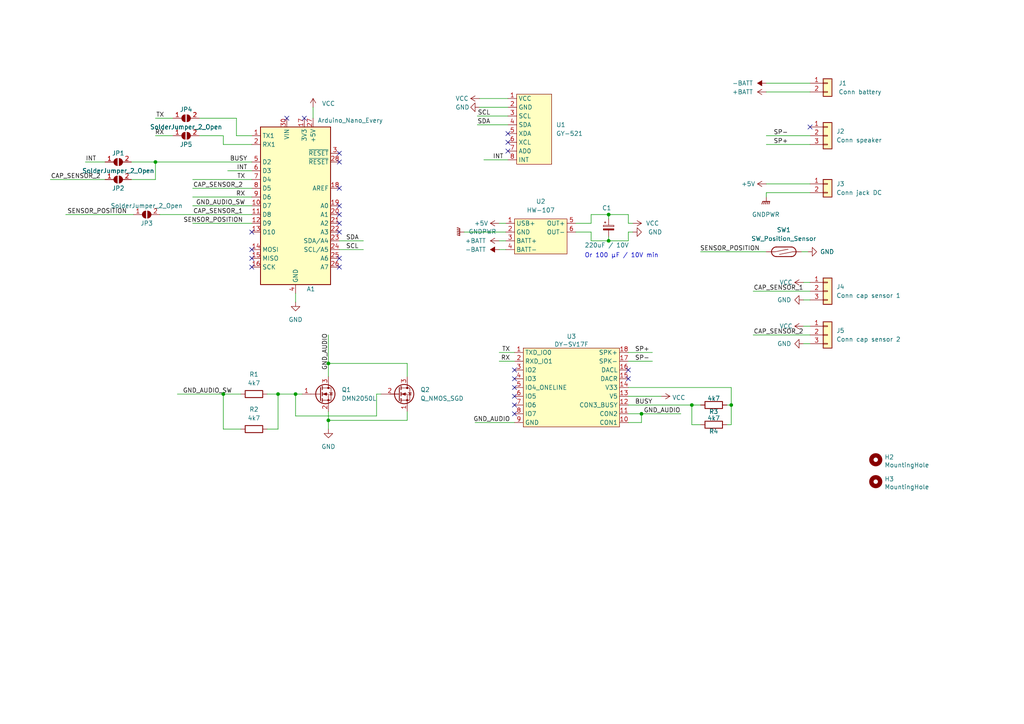
<source format=kicad_sch>
(kicad_sch (version 20210615) (generator eeschema)

  (uuid a4e28311-a86a-46a8-a7b3-67e66a0e4a1b)

  (paper "A4")

  (title_block
    (title "Boite à rire")
    (date "2021-08-10")
    (rev "v1.0")
    (company "Electrolab")
  )

  (lib_symbols
    (symbol "Connector_Generic:Conn_01x02" (pin_names (offset 1.016) hide) (in_bom yes) (on_board yes)
      (property "Reference" "J" (id 0) (at 0 2.54 0)
        (effects (font (size 1.27 1.27)))
      )
      (property "Value" "Conn_01x02" (id 1) (at 0 -5.08 0)
        (effects (font (size 1.27 1.27)))
      )
      (property "Footprint" "" (id 2) (at 0 0 0)
        (effects (font (size 1.27 1.27)) hide)
      )
      (property "Datasheet" "~" (id 3) (at 0 0 0)
        (effects (font (size 1.27 1.27)) hide)
      )
      (property "ki_keywords" "connector" (id 4) (at 0 0 0)
        (effects (font (size 1.27 1.27)) hide)
      )
      (property "ki_description" "Generic connector, single row, 01x02, script generated (kicad-library-utils/schlib/autogen/connector/)" (id 5) (at 0 0 0)
        (effects (font (size 1.27 1.27)) hide)
      )
      (property "ki_fp_filters" "Connector*:*_1x??_*" (id 6) (at 0 0 0)
        (effects (font (size 1.27 1.27)) hide)
      )
      (symbol "Conn_01x02_1_1"
        (rectangle (start -1.27 -2.413) (end 0 -2.667)
          (stroke (width 0.1524)) (fill (type none))
        )
        (rectangle (start -1.27 0.127) (end 0 -0.127)
          (stroke (width 0.1524)) (fill (type none))
        )
        (rectangle (start -1.27 1.27) (end 1.27 -3.81)
          (stroke (width 0.254)) (fill (type background))
        )
        (pin passive line (at -5.08 0 0) (length 3.81)
          (name "Pin_1" (effects (font (size 1.27 1.27))))
          (number "1" (effects (font (size 1.27 1.27))))
        )
        (pin passive line (at -5.08 -2.54 0) (length 3.81)
          (name "Pin_2" (effects (font (size 1.27 1.27))))
          (number "2" (effects (font (size 1.27 1.27))))
        )
      )
    )
    (symbol "Connector_Generic:Conn_01x03" (pin_names (offset 1.016) hide) (in_bom yes) (on_board yes)
      (property "Reference" "J" (id 0) (at 0 5.08 0)
        (effects (font (size 1.27 1.27)))
      )
      (property "Value" "Conn_01x03" (id 1) (at 0 -5.08 0)
        (effects (font (size 1.27 1.27)))
      )
      (property "Footprint" "" (id 2) (at 0 0 0)
        (effects (font (size 1.27 1.27)) hide)
      )
      (property "Datasheet" "~" (id 3) (at 0 0 0)
        (effects (font (size 1.27 1.27)) hide)
      )
      (property "ki_keywords" "connector" (id 4) (at 0 0 0)
        (effects (font (size 1.27 1.27)) hide)
      )
      (property "ki_description" "Generic connector, single row, 01x03, script generated (kicad-library-utils/schlib/autogen/connector/)" (id 5) (at 0 0 0)
        (effects (font (size 1.27 1.27)) hide)
      )
      (property "ki_fp_filters" "Connector*:*_1x??_*" (id 6) (at 0 0 0)
        (effects (font (size 1.27 1.27)) hide)
      )
      (symbol "Conn_01x03_1_1"
        (rectangle (start -1.27 -2.413) (end 0 -2.667)
          (stroke (width 0.1524)) (fill (type none))
        )
        (rectangle (start -1.27 0.127) (end 0 -0.127)
          (stroke (width 0.1524)) (fill (type none))
        )
        (rectangle (start -1.27 2.667) (end 0 2.413)
          (stroke (width 0.1524)) (fill (type none))
        )
        (rectangle (start -1.27 3.81) (end 1.27 -3.81)
          (stroke (width 0.254)) (fill (type background))
        )
        (pin passive line (at -5.08 2.54 0) (length 3.81)
          (name "Pin_1" (effects (font (size 1.27 1.27))))
          (number "1" (effects (font (size 1.27 1.27))))
        )
        (pin passive line (at -5.08 0 0) (length 3.81)
          (name "Pin_2" (effects (font (size 1.27 1.27))))
          (number "2" (effects (font (size 1.27 1.27))))
        )
        (pin passive line (at -5.08 -2.54 0) (length 3.81)
          (name "Pin_3" (effects (font (size 1.27 1.27))))
          (number "3" (effects (font (size 1.27 1.27))))
        )
      )
    )
    (symbol "Device:C_Polarized_Small" (pin_numbers hide) (pin_names (offset 0.254) hide) (in_bom yes) (on_board yes)
      (property "Reference" "C" (id 0) (at 0.254 1.778 0)
        (effects (font (size 1.27 1.27)) (justify left))
      )
      (property "Value" "C_Polarized_Small" (id 1) (at 0.254 -2.032 0)
        (effects (font (size 1.27 1.27)) (justify left))
      )
      (property "Footprint" "" (id 2) (at 0 0 0)
        (effects (font (size 1.27 1.27)) hide)
      )
      (property "Datasheet" "~" (id 3) (at 0 0 0)
        (effects (font (size 1.27 1.27)) hide)
      )
      (property "ki_keywords" "cap capacitor" (id 4) (at 0 0 0)
        (effects (font (size 1.27 1.27)) hide)
      )
      (property "ki_description" "Polarized capacitor, small symbol" (id 5) (at 0 0 0)
        (effects (font (size 1.27 1.27)) hide)
      )
      (property "ki_fp_filters" "CP_*" (id 6) (at 0 0 0)
        (effects (font (size 1.27 1.27)) hide)
      )
      (symbol "C_Polarized_Small_0_1"
        (rectangle (start -1.524 0.6858) (end 1.524 0.3048)
          (stroke (width 0)) (fill (type none))
        )
        (rectangle (start -1.524 -0.3048) (end 1.524 -0.6858)
          (stroke (width 0)) (fill (type outline))
        )
        (polyline
          (pts
            (xy -1.27 1.524)
            (xy -0.762 1.524)
          )
          (stroke (width 0)) (fill (type none))
        )
        (polyline
          (pts
            (xy -1.016 1.27)
            (xy -1.016 1.778)
          )
          (stroke (width 0)) (fill (type none))
        )
      )
      (symbol "C_Polarized_Small_1_1"
        (pin passive line (at 0 2.54 270) (length 1.8542)
          (name "~" (effects (font (size 1.27 1.27))))
          (number "1" (effects (font (size 1.27 1.27))))
        )
        (pin passive line (at 0 -2.54 90) (length 1.8542)
          (name "~" (effects (font (size 1.27 1.27))))
          (number "2" (effects (font (size 1.27 1.27))))
        )
      )
    )
    (symbol "Device:Q_NMOS_SGD" (pin_names (offset 0) hide) (in_bom yes) (on_board yes)
      (property "Reference" "Q" (id 0) (at 5.08 1.27 0)
        (effects (font (size 1.27 1.27)) (justify left))
      )
      (property "Value" "Q_NMOS_SGD" (id 1) (at 5.08 -1.27 0)
        (effects (font (size 1.27 1.27)) (justify left))
      )
      (property "Footprint" "" (id 2) (at 5.08 2.54 0)
        (effects (font (size 1.27 1.27)) hide)
      )
      (property "Datasheet" "~" (id 3) (at 0 0 0)
        (effects (font (size 1.27 1.27)) hide)
      )
      (property "ki_keywords" "transistor NMOS N-MOS N-MOSFET" (id 4) (at 0 0 0)
        (effects (font (size 1.27 1.27)) hide)
      )
      (property "ki_description" "N-MOSFET transistor, source/gate/drain" (id 5) (at 0 0 0)
        (effects (font (size 1.27 1.27)) hide)
      )
      (symbol "Q_NMOS_SGD_0_1"
        (circle (center 1.651 0) (radius 2.794) (stroke (width 0.254)) (fill (type none)))
        (circle (center 2.54 -1.778) (radius 0.254) (stroke (width 0)) (fill (type outline)))
        (circle (center 2.54 1.778) (radius 0.254) (stroke (width 0)) (fill (type outline)))
        (polyline
          (pts
            (xy 0.254 0)
            (xy -2.54 0)
          )
          (stroke (width 0)) (fill (type none))
        )
        (polyline
          (pts
            (xy 0.254 1.905)
            (xy 0.254 -1.905)
          )
          (stroke (width 0.254)) (fill (type none))
        )
        (polyline
          (pts
            (xy 0.762 -1.27)
            (xy 0.762 -2.286)
          )
          (stroke (width 0.254)) (fill (type none))
        )
        (polyline
          (pts
            (xy 0.762 0.508)
            (xy 0.762 -0.508)
          )
          (stroke (width 0.254)) (fill (type none))
        )
        (polyline
          (pts
            (xy 0.762 2.286)
            (xy 0.762 1.27)
          )
          (stroke (width 0.254)) (fill (type none))
        )
        (polyline
          (pts
            (xy 2.54 2.54)
            (xy 2.54 1.778)
          )
          (stroke (width 0)) (fill (type none))
        )
        (polyline
          (pts
            (xy 2.54 -2.54)
            (xy 2.54 0)
            (xy 0.762 0)
          )
          (stroke (width 0)) (fill (type none))
        )
        (polyline
          (pts
            (xy 0.762 -1.778)
            (xy 3.302 -1.778)
            (xy 3.302 1.778)
            (xy 0.762 1.778)
          )
          (stroke (width 0)) (fill (type none))
        )
        (polyline
          (pts
            (xy 2.794 0.508)
            (xy 2.921 0.381)
            (xy 3.683 0.381)
            (xy 3.81 0.254)
          )
          (stroke (width 0)) (fill (type none))
        )
        (polyline
          (pts
            (xy 3.302 0.381)
            (xy 2.921 -0.254)
            (xy 3.683 -0.254)
            (xy 3.302 0.381)
          )
          (stroke (width 0)) (fill (type none))
        )
        (polyline
          (pts
            (xy 1.016 0)
            (xy 2.032 0.381)
            (xy 2.032 -0.381)
            (xy 1.016 0)
          )
          (stroke (width 0)) (fill (type outline))
        )
      )
      (symbol "Q_NMOS_SGD_1_1"
        (pin passive line (at 2.54 -5.08 90) (length 2.54)
          (name "S" (effects (font (size 1.27 1.27))))
          (number "1" (effects (font (size 1.27 1.27))))
        )
        (pin input line (at -5.08 0 0) (length 5.08)
          (name "G" (effects (font (size 1.27 1.27))))
          (number "2" (effects (font (size 1.27 1.27))))
        )
        (pin passive line (at 2.54 5.08 270) (length 2.54)
          (name "D" (effects (font (size 1.27 1.27))))
          (number "3" (effects (font (size 1.27 1.27))))
        )
      )
    )
    (symbol "Device:R" (pin_numbers hide) (pin_names (offset 0)) (in_bom yes) (on_board yes)
      (property "Reference" "R" (id 0) (at 2.032 0 90)
        (effects (font (size 1.27 1.27)))
      )
      (property "Value" "R" (id 1) (at 0 0 90)
        (effects (font (size 1.27 1.27)))
      )
      (property "Footprint" "" (id 2) (at -1.778 0 90)
        (effects (font (size 1.27 1.27)) hide)
      )
      (property "Datasheet" "~" (id 3) (at 0 0 0)
        (effects (font (size 1.27 1.27)) hide)
      )
      (property "ki_keywords" "R res resistor" (id 4) (at 0 0 0)
        (effects (font (size 1.27 1.27)) hide)
      )
      (property "ki_description" "Resistor" (id 5) (at 0 0 0)
        (effects (font (size 1.27 1.27)) hide)
      )
      (property "ki_fp_filters" "R_*" (id 6) (at 0 0 0)
        (effects (font (size 1.27 1.27)) hide)
      )
      (symbol "R_0_1"
        (rectangle (start -1.016 -2.54) (end 1.016 2.54)
          (stroke (width 0.254)) (fill (type none))
        )
      )
      (symbol "R_1_1"
        (pin passive line (at 0 3.81 270) (length 1.27)
          (name "~" (effects (font (size 1.27 1.27))))
          (number "1" (effects (font (size 1.27 1.27))))
        )
        (pin passive line (at 0 -3.81 90) (length 1.27)
          (name "~" (effects (font (size 1.27 1.27))))
          (number "2" (effects (font (size 1.27 1.27))))
        )
      )
    )
    (symbol "Jumper:SolderJumper_2_Open" (pin_names (offset 0) hide) (in_bom yes) (on_board yes)
      (property "Reference" "JP" (id 0) (at 0 2.032 0)
        (effects (font (size 1.27 1.27)))
      )
      (property "Value" "SolderJumper_2_Open" (id 1) (at 0 -2.54 0)
        (effects (font (size 1.27 1.27)))
      )
      (property "Footprint" "" (id 2) (at 0 0 0)
        (effects (font (size 1.27 1.27)) hide)
      )
      (property "Datasheet" "~" (id 3) (at 0 0 0)
        (effects (font (size 1.27 1.27)) hide)
      )
      (property "ki_keywords" "solder jumper SPST" (id 4) (at 0 0 0)
        (effects (font (size 1.27 1.27)) hide)
      )
      (property "ki_description" "Solder Jumper, 2-pole, open" (id 5) (at 0 0 0)
        (effects (font (size 1.27 1.27)) hide)
      )
      (property "ki_fp_filters" "SolderJumper*Open*" (id 6) (at 0 0 0)
        (effects (font (size 1.27 1.27)) hide)
      )
      (symbol "SolderJumper_2_Open_0_1"
        (arc (start -0.254 1.016) (end -0.254 -1.016) (radius (at -0.254 0) (length 1.016) (angles 90.1 -90.1))
          (stroke (width 0)) (fill (type none))
        )
        (arc (start 0.254 -1.016) (end 0.254 1.016) (radius (at 0.254 0) (length 1.016) (angles -89.9 89.9))
          (stroke (width 0)) (fill (type none))
        )
        (arc (start -0.254 1.016) (end -0.254 -1.016) (radius (at -0.254 0) (length 1.016) (angles 90.1 -90.1))
          (stroke (width 0)) (fill (type outline))
        )
        (arc (start 0.254 -1.016) (end 0.254 1.016) (radius (at 0.254 0) (length 1.016) (angles -89.9 89.9))
          (stroke (width 0)) (fill (type outline))
        )
        (polyline
          (pts
            (xy -0.254 1.016)
            (xy -0.254 -1.016)
          )
          (stroke (width 0)) (fill (type none))
        )
        (polyline
          (pts
            (xy 0.254 1.016)
            (xy 0.254 -1.016)
          )
          (stroke (width 0)) (fill (type none))
        )
      )
      (symbol "SolderJumper_2_Open_1_1"
        (pin passive line (at -3.81 0 0) (length 2.54)
          (name "A" (effects (font (size 1.27 1.27))))
          (number "1" (effects (font (size 1.27 1.27))))
        )
        (pin passive line (at 3.81 0 180) (length 2.54)
          (name "B" (effects (font (size 1.27 1.27))))
          (number "2" (effects (font (size 1.27 1.27))))
        )
      )
    )
    (symbol "MCU_Module:Arduino_Nano_Every" (in_bom yes) (on_board yes)
      (property "Reference" "A" (id 0) (at -10.16 23.495 0)
        (effects (font (size 1.27 1.27)) (justify left bottom))
      )
      (property "Value" "Arduino_Nano_Every" (id 1) (at 5.08 -24.13 0)
        (effects (font (size 1.27 1.27)) (justify left top))
      )
      (property "Footprint" "Module:Arduino_Nano" (id 2) (at 0 0 0)
        (effects (font (size 1.27 1.27) italic) hide)
      )
      (property "Datasheet" "https://content.arduino.cc/assets/NANOEveryV3.0_sch.pdf" (id 3) (at 0 0 0)
        (effects (font (size 1.27 1.27)) hide)
      )
      (property "ki_keywords" "Arduino nano microcontroller module USB UPDI AATMega4809 AVR" (id 4) (at 0 0 0)
        (effects (font (size 1.27 1.27)) hide)
      )
      (property "ki_description" "Arduino Nano Every" (id 5) (at 0 0 0)
        (effects (font (size 1.27 1.27)) hide)
      )
      (property "ki_fp_filters" "Arduino*Nano*" (id 6) (at 0 0 0)
        (effects (font (size 1.27 1.27)) hide)
      )
      (symbol "Arduino_Nano_Every_0_1"
        (rectangle (start -10.16 22.86) (end 10.16 -22.86)
          (stroke (width 0.254)) (fill (type background))
        )
      )
      (symbol "Arduino_Nano_Every_1_1"
        (pin bidirectional line (at -12.7 20.32 0) (length 2.54)
          (name "TX1" (effects (font (size 1.27 1.27))))
          (number "1" (effects (font (size 1.27 1.27))))
        )
        (pin bidirectional line (at -12.7 0 0) (length 2.54)
          (name "D7" (effects (font (size 1.27 1.27))))
          (number "10" (effects (font (size 1.27 1.27))))
        )
        (pin bidirectional line (at -12.7 -2.54 0) (length 2.54)
          (name "D8" (effects (font (size 1.27 1.27))))
          (number "11" (effects (font (size 1.27 1.27))))
        )
        (pin bidirectional line (at -12.7 -5.08 0) (length 2.54)
          (name "D9" (effects (font (size 1.27 1.27))))
          (number "12" (effects (font (size 1.27 1.27))))
        )
        (pin bidirectional line (at -12.7 -7.62 0) (length 2.54)
          (name "D10" (effects (font (size 1.27 1.27))))
          (number "13" (effects (font (size 1.27 1.27))))
        )
        (pin bidirectional line (at -12.7 -12.7 0) (length 2.54)
          (name "MOSI" (effects (font (size 1.27 1.27))))
          (number "14" (effects (font (size 1.27 1.27))))
        )
        (pin bidirectional line (at -12.7 -15.24 0) (length 2.54)
          (name "MISO" (effects (font (size 1.27 1.27))))
          (number "15" (effects (font (size 1.27 1.27))))
        )
        (pin bidirectional line (at -12.7 -17.78 0) (length 2.54)
          (name "SCK" (effects (font (size 1.27 1.27))))
          (number "16" (effects (font (size 1.27 1.27))))
        )
        (pin power_out line (at 2.54 25.4 270) (length 2.54)
          (name "3V3" (effects (font (size 1.27 1.27))))
          (number "17" (effects (font (size 1.27 1.27))))
        )
        (pin input line (at 12.7 5.08 180) (length 2.54)
          (name "AREF" (effects (font (size 1.27 1.27))))
          (number "18" (effects (font (size 1.27 1.27))))
        )
        (pin bidirectional line (at 12.7 0 180) (length 2.54)
          (name "A0" (effects (font (size 1.27 1.27))))
          (number "19" (effects (font (size 1.27 1.27))))
        )
        (pin bidirectional line (at -12.7 17.78 0) (length 2.54)
          (name "RX1" (effects (font (size 1.27 1.27))))
          (number "2" (effects (font (size 1.27 1.27))))
        )
        (pin bidirectional line (at 12.7 -2.54 180) (length 2.54)
          (name "A1" (effects (font (size 1.27 1.27))))
          (number "20" (effects (font (size 1.27 1.27))))
        )
        (pin bidirectional line (at 12.7 -5.08 180) (length 2.54)
          (name "A2" (effects (font (size 1.27 1.27))))
          (number "21" (effects (font (size 1.27 1.27))))
        )
        (pin bidirectional line (at 12.7 -7.62 180) (length 2.54)
          (name "A3" (effects (font (size 1.27 1.27))))
          (number "22" (effects (font (size 1.27 1.27))))
        )
        (pin bidirectional line (at 12.7 -10.16 180) (length 2.54)
          (name "SDA/A4" (effects (font (size 1.27 1.27))))
          (number "23" (effects (font (size 1.27 1.27))))
        )
        (pin bidirectional line (at 12.7 -12.7 180) (length 2.54)
          (name "SCL/A5" (effects (font (size 1.27 1.27))))
          (number "24" (effects (font (size 1.27 1.27))))
        )
        (pin bidirectional line (at 12.7 -15.24 180) (length 2.54)
          (name "A6" (effects (font (size 1.27 1.27))))
          (number "25" (effects (font (size 1.27 1.27))))
        )
        (pin bidirectional line (at 12.7 -17.78 180) (length 2.54)
          (name "A7" (effects (font (size 1.27 1.27))))
          (number "26" (effects (font (size 1.27 1.27))))
        )
        (pin power_out line (at 5.08 25.4 270) (length 2.54)
          (name "+5V" (effects (font (size 1.27 1.27))))
          (number "27" (effects (font (size 1.27 1.27))))
        )
        (pin input line (at 12.7 12.7 180) (length 2.54)
          (name "~{RESET}" (effects (font (size 1.27 1.27))))
          (number "28" (effects (font (size 1.27 1.27))))
        )
        (pin passive line (at 0 -25.4 90) (length 2.54) hide
          (name "GND" (effects (font (size 1.27 1.27))))
          (number "29" (effects (font (size 1.27 1.27))))
        )
        (pin input line (at 12.7 15.24 180) (length 2.54)
          (name "~{RESET}" (effects (font (size 1.27 1.27))))
          (number "3" (effects (font (size 1.27 1.27))))
        )
        (pin power_in line (at -2.54 25.4 270) (length 2.54)
          (name "VIN" (effects (font (size 1.27 1.27))))
          (number "30" (effects (font (size 1.27 1.27))))
        )
        (pin power_in line (at 0 -25.4 90) (length 2.54)
          (name "GND" (effects (font (size 1.27 1.27))))
          (number "4" (effects (font (size 1.27 1.27))))
        )
        (pin bidirectional line (at -12.7 12.7 0) (length 2.54)
          (name "D2" (effects (font (size 1.27 1.27))))
          (number "5" (effects (font (size 1.27 1.27))))
        )
        (pin bidirectional line (at -12.7 10.16 0) (length 2.54)
          (name "D3" (effects (font (size 1.27 1.27))))
          (number "6" (effects (font (size 1.27 1.27))))
        )
        (pin bidirectional line (at -12.7 7.62 0) (length 2.54)
          (name "D4" (effects (font (size 1.27 1.27))))
          (number "7" (effects (font (size 1.27 1.27))))
        )
        (pin bidirectional line (at -12.7 5.08 0) (length 2.54)
          (name "D5" (effects (font (size 1.27 1.27))))
          (number "8" (effects (font (size 1.27 1.27))))
        )
        (pin bidirectional line (at -12.7 2.54 0) (length 2.54)
          (name "D6" (effects (font (size 1.27 1.27))))
          (number "9" (effects (font (size 1.27 1.27))))
        )
      )
    )
    (symbol "Mechanical:MountingHole" (pin_names (offset 1.016)) (in_bom yes) (on_board yes)
      (property "Reference" "H" (id 0) (at 0 5.08 0)
        (effects (font (size 1.27 1.27)))
      )
      (property "Value" "MountingHole" (id 1) (at 0 3.175 0)
        (effects (font (size 1.27 1.27)))
      )
      (property "Footprint" "" (id 2) (at 0 0 0)
        (effects (font (size 1.27 1.27)) hide)
      )
      (property "Datasheet" "~" (id 3) (at 0 0 0)
        (effects (font (size 1.27 1.27)) hide)
      )
      (property "ki_keywords" "mounting hole" (id 4) (at 0 0 0)
        (effects (font (size 1.27 1.27)) hide)
      )
      (property "ki_description" "Mounting Hole without connection" (id 5) (at 0 0 0)
        (effects (font (size 1.27 1.27)) hide)
      )
      (property "ki_fp_filters" "MountingHole*" (id 6) (at 0 0 0)
        (effects (font (size 1.27 1.27)) hide)
      )
      (symbol "MountingHole_0_1"
        (circle (center 0 0) (radius 1.27) (stroke (width 1.27)) (fill (type none)))
      )
    )
    (symbol "Switch:SW_Reed" (pin_numbers hide) (pin_names (offset 0) hide) (in_bom yes) (on_board yes)
      (property "Reference" "SW" (id 0) (at 0 2.54 0)
        (effects (font (size 1.27 1.27)))
      )
      (property "Value" "SW_Reed" (id 1) (at 0 -2.54 0)
        (effects (font (size 1.27 1.27)))
      )
      (property "Footprint" "" (id 2) (at 0 0 0)
        (effects (font (size 1.27 1.27)) hide)
      )
      (property "Datasheet" "~" (id 3) (at 0 0 0)
        (effects (font (size 1.27 1.27)) hide)
      )
      (property "ki_keywords" "reed magnetic switch" (id 4) (at 0 0 0)
        (effects (font (size 1.27 1.27)) hide)
      )
      (property "ki_description" "reed switch" (id 5) (at 0 0 0)
        (effects (font (size 1.27 1.27)) hide)
      )
      (symbol "SW_Reed_0_0"
        (arc (start -2.159 1.397) (end -2.159 -1.397) (radius (at -2.159 0) (length 1.397) (angles 90.1 -90.1))
          (stroke (width 0.254)) (fill (type none))
        )
        (arc (start 2.159 -1.397) (end 2.159 1.397) (radius (at 2.159 0) (length 1.397) (angles -89.9 89.9))
          (stroke (width 0.254)) (fill (type none))
        )
        (polyline
          (pts
            (xy -2.54 0)
            (xy 1.27 0.762)
          )
          (stroke (width 0)) (fill (type none))
        )
        (polyline
          (pts
            (xy -2.159 -1.397)
            (xy 2.286 -1.397)
          )
          (stroke (width 0.254)) (fill (type none))
        )
        (polyline
          (pts
            (xy 2.159 1.397)
            (xy -2.159 1.397)
          )
          (stroke (width 0.254)) (fill (type none))
        )
        (polyline
          (pts
            (xy 2.54 0)
            (xy -1.27 -0.762)
          )
          (stroke (width 0)) (fill (type none))
        )
      )
      (symbol "SW_Reed_1_1"
        (pin passive line (at -5.08 0 0) (length 2.54)
          (name "1" (effects (font (size 1.27 1.27))))
          (number "1" (effects (font (size 1.27 1.27))))
        )
        (pin passive line (at 5.08 0 180) (length 2.54)
          (name "2" (effects (font (size 1.27 1.27))))
          (number "2" (effects (font (size 1.27 1.27))))
        )
      )
    )
    (symbol "Transistor_FET:DMN2050L" (pin_names hide) (in_bom yes) (on_board yes)
      (property "Reference" "Q" (id 0) (at 5.08 1.905 0)
        (effects (font (size 1.27 1.27)) (justify left))
      )
      (property "Value" "DMN2050L" (id 1) (at 5.08 0 0)
        (effects (font (size 1.27 1.27)) (justify left))
      )
      (property "Footprint" "Package_TO_SOT_SMD:SOT-23" (id 2) (at 5.08 -1.905 0)
        (effects (font (size 1.27 1.27) italic) (justify left) hide)
      )
      (property "Datasheet" "http://www.diodes.com/assets/Datasheets/ds31502.pdf" (id 3) (at 0 0 0)
        (effects (font (size 1.27 1.27)) (justify left) hide)
      )
      (property "ki_keywords" "N-Channel MOSFET" (id 4) (at 0 0 0)
        (effects (font (size 1.27 1.27)) hide)
      )
      (property "ki_description" "5.9A Id, 20V Vds, N-Channel MOSFET, SOT-23" (id 5) (at 0 0 0)
        (effects (font (size 1.27 1.27)) hide)
      )
      (property "ki_fp_filters" "SOT?23*" (id 6) (at 0 0 0)
        (effects (font (size 1.27 1.27)) hide)
      )
      (symbol "DMN2050L_0_1"
        (circle (center 1.651 0) (radius 2.794) (stroke (width 0.254)) (fill (type none)))
        (circle (center 2.54 -1.778) (radius 0.254) (stroke (width 0)) (fill (type outline)))
        (circle (center 2.54 1.778) (radius 0.254) (stroke (width 0)) (fill (type outline)))
        (polyline
          (pts
            (xy 0.254 0)
            (xy -2.54 0)
          )
          (stroke (width 0)) (fill (type none))
        )
        (polyline
          (pts
            (xy 0.254 1.905)
            (xy 0.254 -1.905)
          )
          (stroke (width 0.254)) (fill (type none))
        )
        (polyline
          (pts
            (xy 0.762 -1.27)
            (xy 0.762 -2.286)
          )
          (stroke (width 0.254)) (fill (type none))
        )
        (polyline
          (pts
            (xy 0.762 0.508)
            (xy 0.762 -0.508)
          )
          (stroke (width 0.254)) (fill (type none))
        )
        (polyline
          (pts
            (xy 0.762 2.286)
            (xy 0.762 1.27)
          )
          (stroke (width 0.254)) (fill (type none))
        )
        (polyline
          (pts
            (xy 2.54 2.54)
            (xy 2.54 1.778)
          )
          (stroke (width 0)) (fill (type none))
        )
        (polyline
          (pts
            (xy 2.54 -2.54)
            (xy 2.54 0)
            (xy 0.762 0)
          )
          (stroke (width 0)) (fill (type none))
        )
        (polyline
          (pts
            (xy 0.762 -1.778)
            (xy 3.302 -1.778)
            (xy 3.302 1.778)
            (xy 0.762 1.778)
          )
          (stroke (width 0)) (fill (type none))
        )
        (polyline
          (pts
            (xy 2.794 0.508)
            (xy 2.921 0.381)
            (xy 3.683 0.381)
            (xy 3.81 0.254)
          )
          (stroke (width 0)) (fill (type none))
        )
        (polyline
          (pts
            (xy 3.302 0.381)
            (xy 2.921 -0.254)
            (xy 3.683 -0.254)
            (xy 3.302 0.381)
          )
          (stroke (width 0)) (fill (type none))
        )
        (polyline
          (pts
            (xy 1.016 0)
            (xy 2.032 0.381)
            (xy 2.032 -0.381)
            (xy 1.016 0)
          )
          (stroke (width 0)) (fill (type outline))
        )
      )
      (symbol "DMN2050L_1_1"
        (pin input line (at -5.08 0 0) (length 2.54)
          (name "G" (effects (font (size 1.27 1.27))))
          (number "1" (effects (font (size 1.27 1.27))))
        )
        (pin passive line (at 2.54 -5.08 90) (length 2.54)
          (name "S" (effects (font (size 1.27 1.27))))
          (number "2" (effects (font (size 1.27 1.27))))
        )
        (pin passive line (at 2.54 5.08 270) (length 2.54)
          (name "D" (effects (font (size 1.27 1.27))))
          (number "3" (effects (font (size 1.27 1.27))))
        )
      )
    )
    (symbol "boitarire_lib:DY-SV17F" (in_bom yes) (on_board yes)
      (property "Reference" "U" (id 0) (at 0 -22.86 0)
        (effects (font (size 1.27 1.27)))
      )
      (property "Value" "DY-SV17F" (id 1) (at 0 2.54 0)
        (effects (font (size 1.27 1.27)))
      )
      (property "Footprint" "" (id 2) (at 0 0 0)
        (effects (font (size 1.27 1.27)) hide)
      )
      (property "Datasheet" "" (id 3) (at 0 0 0)
        (effects (font (size 1.27 1.27)) hide)
      )
      (symbol "DY-SV17F_0_0"
        (pin bidirectional line (at -16.51 0 0) (length 2.54)
          (name "TXD_IO0" (effects (font (size 1.27 1.27))))
          (number "1" (effects (font (size 1.27 1.27))))
        )
        (pin input line (at 16.51 -20.32 180) (length 2.54)
          (name "CON1" (effects (font (size 1.27 1.27))))
          (number "10" (effects (font (size 1.27 1.27))))
        )
        (pin input line (at 16.51 -17.78 180) (length 2.54)
          (name "CON2" (effects (font (size 1.27 1.27))))
          (number "11" (effects (font (size 1.27 1.27))))
        )
        (pin input line (at 16.51 -15.24 180) (length 2.54)
          (name "CON3_BUSY" (effects (font (size 1.27 1.27))))
          (number "12" (effects (font (size 1.27 1.27))))
        )
        (pin power_in line (at 16.51 -12.7 180) (length 2.54)
          (name "V5" (effects (font (size 1.27 1.27))))
          (number "13" (effects (font (size 1.27 1.27))))
        )
        (pin power_out line (at 16.51 -10.16 180) (length 2.54)
          (name "V33" (effects (font (size 1.27 1.27))))
          (number "14" (effects (font (size 1.27 1.27))))
        )
        (pin output line (at 16.51 -7.62 180) (length 2.54)
          (name "DACR" (effects (font (size 1.27 1.27))))
          (number "15" (effects (font (size 1.27 1.27))))
        )
        (pin output line (at 16.51 -5.08 180) (length 2.54)
          (name "DACL" (effects (font (size 1.27 1.27))))
          (number "16" (effects (font (size 1.27 1.27))))
        )
        (pin output line (at 16.51 -2.54 180) (length 2.54)
          (name "SPK-" (effects (font (size 1.27 1.27))))
          (number "17" (effects (font (size 1.27 1.27))))
        )
        (pin output line (at 16.51 0 180) (length 2.54)
          (name "SPK+" (effects (font (size 1.27 1.27))))
          (number "18" (effects (font (size 1.27 1.27))))
        )
        (pin bidirectional line (at -16.51 -2.54 0) (length 2.54)
          (name "RXD_IO1" (effects (font (size 1.27 1.27))))
          (number "2" (effects (font (size 1.27 1.27))))
        )
        (pin bidirectional line (at -16.51 -5.08 0) (length 2.54)
          (name "IO2" (effects (font (size 1.27 1.27))))
          (number "3" (effects (font (size 1.27 1.27))))
        )
        (pin bidirectional line (at -16.51 -7.62 0) (length 2.54)
          (name "IO3" (effects (font (size 1.27 1.27))))
          (number "4" (effects (font (size 1.27 1.27))))
        )
        (pin bidirectional line (at -16.51 -10.16 0) (length 2.54)
          (name "IO4_ONELINE" (effects (font (size 1.27 1.27))))
          (number "5" (effects (font (size 1.27 1.27))))
        )
        (pin bidirectional line (at -16.51 -12.7 0) (length 2.54)
          (name "IO5" (effects (font (size 1.27 1.27))))
          (number "6" (effects (font (size 1.27 1.27))))
        )
        (pin bidirectional line (at -16.51 -15.24 0) (length 2.54)
          (name "IO6" (effects (font (size 1.27 1.27))))
          (number "7" (effects (font (size 1.27 1.27))))
        )
        (pin bidirectional line (at -16.51 -17.78 0) (length 2.54)
          (name "IO7" (effects (font (size 1.27 1.27))))
          (number "8" (effects (font (size 1.27 1.27))))
        )
        (pin passive line (at -16.51 -20.32 0) (length 2.54)
          (name "GND" (effects (font (size 1.27 1.27))))
          (number "9" (effects (font (size 1.27 1.27))))
        )
      )
      (symbol "DY-SV17F_0_1"
        (rectangle (start -13.97 1.27) (end 13.97 -21.59)
          (stroke (width 0.1524)) (fill (type background))
        )
      )
    )
    (symbol "boitarire_lib:GY-521" (in_bom yes) (on_board yes)
      (property "Reference" "U" (id 0) (at 0 -20.32 0)
        (effects (font (size 1.27 1.27)))
      )
      (property "Value" "GY-521" (id 1) (at 0 2.54 0)
        (effects (font (size 1.27 1.27)))
      )
      (property "Footprint" "" (id 2) (at -7.62 0 0)
        (effects (font (size 1.27 1.27)) hide)
      )
      (property "Datasheet" "" (id 3) (at -7.62 0 0)
        (effects (font (size 1.27 1.27)) hide)
      )
      (symbol "GY-521_0_0"
        (pin power_in line (at -7.62 0 0) (length 2.54)
          (name "VCC" (effects (font (size 1.27 1.27))))
          (number "1" (effects (font (size 1.27 1.27))))
        )
        (pin passive line (at -7.62 -2.54 0) (length 2.54)
          (name "GND" (effects (font (size 1.27 1.27))))
          (number "2" (effects (font (size 1.27 1.27))))
        )
        (pin tri_state line (at -7.62 -5.08 0) (length 2.54)
          (name "SCL" (effects (font (size 1.27 1.27))))
          (number "3" (effects (font (size 1.27 1.27))))
        )
        (pin tri_state line (at -7.62 -7.62 0) (length 2.54)
          (name "SDA" (effects (font (size 1.27 1.27))))
          (number "4" (effects (font (size 1.27 1.27))))
        )
        (pin passive line (at -7.62 -10.16 0) (length 2.54)
          (name "XDA" (effects (font (size 1.27 1.27))))
          (number "5" (effects (font (size 1.27 1.27))))
        )
        (pin passive line (at -7.62 -12.7 0) (length 2.54)
          (name "XCL" (effects (font (size 1.27 1.27))))
          (number "6" (effects (font (size 1.27 1.27))))
        )
        (pin passive line (at -7.62 -15.24 0) (length 2.54)
          (name "AD0" (effects (font (size 1.27 1.27))))
          (number "7" (effects (font (size 1.27 1.27))))
        )
        (pin open_collector line (at -7.62 -17.78 0) (length 2.54)
          (name "INT" (effects (font (size 1.27 1.27))))
          (number "8" (effects (font (size 1.27 1.27))))
        )
      )
      (symbol "GY-521_0_1"
        (rectangle (start -5.08 1.27) (end 5.08 -19.05)
          (stroke (width 0.1524)) (fill (type background))
        )
      )
    )
    (symbol "boitarire_lib:HW-107" (in_bom yes) (on_board yes)
      (property "Reference" "U" (id 0) (at 0 -10.16 0)
        (effects (font (size 1.27 1.27)))
      )
      (property "Value" "HW-107" (id 1) (at 0 2.54 0)
        (effects (font (size 1.27 1.27)))
      )
      (property "Footprint" "" (id 2) (at 0 0 0)
        (effects (font (size 1.27 1.27)) hide)
      )
      (property "Datasheet" "" (id 3) (at 0 0 0)
        (effects (font (size 1.27 1.27)) hide)
      )
      (symbol "HW-107_0_0"
        (pin power_in line (at -10.16 0 0) (length 2.54)
          (name "USB+" (effects (font (size 1.27 1.27))))
          (number "1" (effects (font (size 1.27 1.27))))
        )
        (pin passive line (at -10.16 -2.54 0) (length 2.54)
          (name "GND" (effects (font (size 1.27 1.27))))
          (number "2" (effects (font (size 1.27 1.27))))
        )
        (pin power_in line (at -10.16 -5.08 0) (length 2.54)
          (name "BATT+" (effects (font (size 1.27 1.27))))
          (number "3" (effects (font (size 1.27 1.27))))
        )
        (pin passive line (at -10.16 -7.62 0) (length 2.54)
          (name "BATT-" (effects (font (size 1.27 1.27))))
          (number "4" (effects (font (size 1.27 1.27))))
        )
        (pin power_out line (at 10.16 0 180) (length 2.54)
          (name "OUT+" (effects (font (size 1.27 1.27))))
          (number "5" (effects (font (size 1.27 1.27))))
        )
        (pin passive line (at 10.16 -2.54 180) (length 2.54)
          (name "OUT-" (effects (font (size 1.27 1.27))))
          (number "6" (effects (font (size 1.27 1.27))))
        )
      )
      (symbol "HW-107_0_1"
        (rectangle (start -7.62 1.27) (end 7.62 -8.89)
          (stroke (width 0.1524)) (fill (type background))
        )
      )
    )
    (symbol "power:+5V" (power) (pin_names (offset 0)) (in_bom yes) (on_board yes)
      (property "Reference" "#PWR" (id 0) (at 0 -3.81 0)
        (effects (font (size 1.27 1.27)) hide)
      )
      (property "Value" "+5V" (id 1) (at 0 3.556 0)
        (effects (font (size 1.27 1.27)))
      )
      (property "Footprint" "" (id 2) (at 0 0 0)
        (effects (font (size 1.27 1.27)) hide)
      )
      (property "Datasheet" "" (id 3) (at 0 0 0)
        (effects (font (size 1.27 1.27)) hide)
      )
      (property "ki_keywords" "power-flag" (id 4) (at 0 0 0)
        (effects (font (size 1.27 1.27)) hide)
      )
      (property "ki_description" "Power symbol creates a global label with name \"+5V\"" (id 5) (at 0 0 0)
        (effects (font (size 1.27 1.27)) hide)
      )
      (symbol "+5V_0_1"
        (polyline
          (pts
            (xy -0.762 1.27)
            (xy 0 2.54)
          )
          (stroke (width 0)) (fill (type none))
        )
        (polyline
          (pts
            (xy 0 0)
            (xy 0 2.54)
          )
          (stroke (width 0)) (fill (type none))
        )
        (polyline
          (pts
            (xy 0 2.54)
            (xy 0.762 1.27)
          )
          (stroke (width 0)) (fill (type none))
        )
      )
      (symbol "+5V_1_1"
        (pin power_in line (at 0 0 90) (length 0) hide
          (name "+5V" (effects (font (size 1.27 1.27))))
          (number "1" (effects (font (size 1.27 1.27))))
        )
      )
    )
    (symbol "power:+BATT" (power) (pin_names (offset 0)) (in_bom yes) (on_board yes)
      (property "Reference" "#PWR" (id 0) (at 0 -3.81 0)
        (effects (font (size 1.27 1.27)) hide)
      )
      (property "Value" "+BATT" (id 1) (at 0 3.556 0)
        (effects (font (size 1.27 1.27)))
      )
      (property "Footprint" "" (id 2) (at 0 0 0)
        (effects (font (size 1.27 1.27)) hide)
      )
      (property "Datasheet" "" (id 3) (at 0 0 0)
        (effects (font (size 1.27 1.27)) hide)
      )
      (property "ki_keywords" "power-flag battery" (id 4) (at 0 0 0)
        (effects (font (size 1.27 1.27)) hide)
      )
      (property "ki_description" "Power symbol creates a global label with name \"+BATT\"" (id 5) (at 0 0 0)
        (effects (font (size 1.27 1.27)) hide)
      )
      (symbol "+BATT_0_1"
        (polyline
          (pts
            (xy -0.762 1.27)
            (xy 0 2.54)
          )
          (stroke (width 0)) (fill (type none))
        )
        (polyline
          (pts
            (xy 0 0)
            (xy 0 2.54)
          )
          (stroke (width 0)) (fill (type none))
        )
        (polyline
          (pts
            (xy 0 2.54)
            (xy 0.762 1.27)
          )
          (stroke (width 0)) (fill (type none))
        )
      )
      (symbol "+BATT_1_1"
        (pin power_in line (at 0 0 90) (length 0) hide
          (name "+BATT" (effects (font (size 1.27 1.27))))
          (number "1" (effects (font (size 1.27 1.27))))
        )
      )
    )
    (symbol "power:-BATT" (power) (pin_names (offset 0)) (in_bom yes) (on_board yes)
      (property "Reference" "#PWR" (id 0) (at 0 -3.81 0)
        (effects (font (size 1.27 1.27)) hide)
      )
      (property "Value" "-BATT" (id 1) (at 0 3.556 0)
        (effects (font (size 1.27 1.27)))
      )
      (property "Footprint" "" (id 2) (at 0 0 0)
        (effects (font (size 1.27 1.27)) hide)
      )
      (property "Datasheet" "" (id 3) (at 0 0 0)
        (effects (font (size 1.27 1.27)) hide)
      )
      (property "ki_keywords" "power-flag battery" (id 4) (at 0 0 0)
        (effects (font (size 1.27 1.27)) hide)
      )
      (property "ki_description" "Power symbol creates a global label with name \"-BATT\"" (id 5) (at 0 0 0)
        (effects (font (size 1.27 1.27)) hide)
      )
      (symbol "-BATT_0_1"
        (polyline
          (pts
            (xy 0 0)
            (xy 0 2.54)
          )
          (stroke (width 0)) (fill (type none))
        )
        (polyline
          (pts
            (xy 0.762 1.27)
            (xy -0.762 1.27)
            (xy 0 2.54)
            (xy 0.762 1.27)
          )
          (stroke (width 0)) (fill (type outline))
        )
      )
      (symbol "-BATT_1_1"
        (pin power_in line (at 0 0 90) (length 0) hide
          (name "-BATT" (effects (font (size 1.27 1.27))))
          (number "1" (effects (font (size 1.27 1.27))))
        )
      )
    )
    (symbol "power:GND" (power) (pin_names (offset 0)) (in_bom yes) (on_board yes)
      (property "Reference" "#PWR" (id 0) (at 0 -6.35 0)
        (effects (font (size 1.27 1.27)) hide)
      )
      (property "Value" "GND" (id 1) (at 0 -3.81 0)
        (effects (font (size 1.27 1.27)))
      )
      (property "Footprint" "" (id 2) (at 0 0 0)
        (effects (font (size 1.27 1.27)) hide)
      )
      (property "Datasheet" "" (id 3) (at 0 0 0)
        (effects (font (size 1.27 1.27)) hide)
      )
      (property "ki_keywords" "power-flag" (id 4) (at 0 0 0)
        (effects (font (size 1.27 1.27)) hide)
      )
      (property "ki_description" "Power symbol creates a global label with name \"GND\" , ground" (id 5) (at 0 0 0)
        (effects (font (size 1.27 1.27)) hide)
      )
      (symbol "GND_0_1"
        (polyline
          (pts
            (xy 0 0)
            (xy 0 -1.27)
            (xy 1.27 -1.27)
            (xy 0 -2.54)
            (xy -1.27 -1.27)
            (xy 0 -1.27)
          )
          (stroke (width 0)) (fill (type none))
        )
      )
      (symbol "GND_1_1"
        (pin power_in line (at 0 0 270) (length 0) hide
          (name "GND" (effects (font (size 1.27 1.27))))
          (number "1" (effects (font (size 1.27 1.27))))
        )
      )
    )
    (symbol "power:GNDPWR" (power) (pin_names (offset 0)) (in_bom yes) (on_board yes)
      (property "Reference" "#PWR" (id 0) (at 0 -5.08 0)
        (effects (font (size 1.27 1.27)) hide)
      )
      (property "Value" "GNDPWR" (id 1) (at 0 -3.302 0)
        (effects (font (size 1.27 1.27)))
      )
      (property "Footprint" "" (id 2) (at 0 -1.27 0)
        (effects (font (size 1.27 1.27)) hide)
      )
      (property "Datasheet" "" (id 3) (at 0 -1.27 0)
        (effects (font (size 1.27 1.27)) hide)
      )
      (property "ki_keywords" "power-flag" (id 4) (at 0 0 0)
        (effects (font (size 1.27 1.27)) hide)
      )
      (property "ki_description" "Power symbol creates a global label with name \"GNDPWR\" , power ground" (id 5) (at 0 0 0)
        (effects (font (size 1.27 1.27)) hide)
      )
      (symbol "GNDPWR_0_1"
        (polyline
          (pts
            (xy 0 -1.27)
            (xy 0 0)
          )
          (stroke (width 0)) (fill (type none))
        )
        (polyline
          (pts
            (xy -1.016 -1.27)
            (xy -1.27 -2.032)
            (xy -1.27 -2.032)
          )
          (stroke (width 0.2032)) (fill (type none))
        )
        (polyline
          (pts
            (xy -0.508 -1.27)
            (xy -0.762 -2.032)
            (xy -0.762 -2.032)
          )
          (stroke (width 0.2032)) (fill (type none))
        )
        (polyline
          (pts
            (xy 0 -1.27)
            (xy -0.254 -2.032)
            (xy -0.254 -2.032)
          )
          (stroke (width 0.2032)) (fill (type none))
        )
        (polyline
          (pts
            (xy 0.508 -1.27)
            (xy 0.254 -2.032)
            (xy 0.254 -2.032)
          )
          (stroke (width 0.2032)) (fill (type none))
        )
        (polyline
          (pts
            (xy 1.016 -1.27)
            (xy -1.016 -1.27)
            (xy -1.016 -1.27)
          )
          (stroke (width 0.2032)) (fill (type none))
        )
        (polyline
          (pts
            (xy 1.016 -1.27)
            (xy 0.762 -2.032)
            (xy 0.762 -2.032)
            (xy 0.762 -2.032)
          )
          (stroke (width 0.2032)) (fill (type none))
        )
      )
      (symbol "GNDPWR_1_1"
        (pin power_in line (at 0 0 270) (length 0) hide
          (name "GNDPWR" (effects (font (size 1.27 1.27))))
          (number "1" (effects (font (size 1.27 1.27))))
        )
      )
    )
    (symbol "power:VCC" (power) (pin_names (offset 0)) (in_bom yes) (on_board yes)
      (property "Reference" "#PWR" (id 0) (at 0 -3.81 0)
        (effects (font (size 1.27 1.27)) hide)
      )
      (property "Value" "VCC" (id 1) (at 0 3.81 0)
        (effects (font (size 1.27 1.27)))
      )
      (property "Footprint" "" (id 2) (at 0 0 0)
        (effects (font (size 1.27 1.27)) hide)
      )
      (property "Datasheet" "" (id 3) (at 0 0 0)
        (effects (font (size 1.27 1.27)) hide)
      )
      (property "ki_keywords" "power-flag" (id 4) (at 0 0 0)
        (effects (font (size 1.27 1.27)) hide)
      )
      (property "ki_description" "Power symbol creates a global label with name \"VCC\"" (id 5) (at 0 0 0)
        (effects (font (size 1.27 1.27)) hide)
      )
      (symbol "VCC_0_1"
        (polyline
          (pts
            (xy -0.762 1.27)
            (xy 0 2.54)
          )
          (stroke (width 0)) (fill (type none))
        )
        (polyline
          (pts
            (xy 0 0)
            (xy 0 2.54)
          )
          (stroke (width 0)) (fill (type none))
        )
        (polyline
          (pts
            (xy 0 2.54)
            (xy 0.762 1.27)
          )
          (stroke (width 0)) (fill (type none))
        )
      )
      (symbol "VCC_1_1"
        (pin power_in line (at 0 0 90) (length 0) hide
          (name "VCC" (effects (font (size 1.27 1.27))))
          (number "1" (effects (font (size 1.27 1.27))))
        )
      )
    )
  )

  (junction (at 45.085 46.99) (diameter 0.9144) (color 0 0 0 0))
  (junction (at 64.77 114.3) (diameter 0.9144) (color 0 0 0 0))
  (junction (at 80.645 114.3) (diameter 0.9144) (color 0 0 0 0))
  (junction (at 85.725 114.3) (diameter 0.9144) (color 0 0 0 0))
  (junction (at 95.25 105.41) (diameter 0.9144) (color 0 0 0 0))
  (junction (at 95.25 121.92) (diameter 0.9144) (color 0 0 0 0))
  (junction (at 176.53 62.23) (diameter 0.9144) (color 0 0 0 0))
  (junction (at 176.53 69.85) (diameter 0.9144) (color 0 0 0 0))
  (junction (at 186.055 120.015) (diameter 0.9144) (color 0 0 0 0))
  (junction (at 200.66 117.475) (diameter 0.9144) (color 0 0 0 0))
  (junction (at 212.09 117.475) (diameter 0.9144) (color 0 0 0 0))

  (no_connect (at 73.025 67.31) (uuid ab7ce74b-ee2b-4a4c-b809-13360a25bbaa))
  (no_connect (at 73.025 72.39) (uuid ab7ce74b-ee2b-4a4c-b809-13360a25bbaa))
  (no_connect (at 73.025 74.93) (uuid d1e75edf-cf82-445e-95c6-d89447be959e))
  (no_connect (at 73.025 77.47) (uuid d1e75edf-cf82-445e-95c6-d89447be959e))
  (no_connect (at 83.185 34.29) (uuid dc6bfbcc-0a95-4a29-874c-ba0a81e500f9))
  (no_connect (at 88.265 34.29) (uuid 8aff41e1-8e9f-4d0a-86aa-a6a1e18e190b))
  (no_connect (at 98.425 44.45) (uuid 8b8b8863-032b-4ccc-8f2e-ac11a3ef7540))
  (no_connect (at 98.425 46.99) (uuid af056d36-b7ab-4e30-b8a9-b191db0f29ad))
  (no_connect (at 98.425 54.61) (uuid 76949eab-eb9f-46f5-8f27-0eb9eac6fb91))
  (no_connect (at 98.425 59.69) (uuid ab7ce74b-ee2b-4a4c-b809-13360a25bbaa))
  (no_connect (at 98.425 62.23) (uuid ab7ce74b-ee2b-4a4c-b809-13360a25bbaa))
  (no_connect (at 98.425 64.77) (uuid 94232c53-d43d-413e-8072-8de6809aa233))
  (no_connect (at 98.425 67.31) (uuid 94232c53-d43d-413e-8072-8de6809aa233))
  (no_connect (at 98.425 74.93) (uuid ab7ce74b-ee2b-4a4c-b809-13360a25bbaa))
  (no_connect (at 98.425 77.47) (uuid ab7ce74b-ee2b-4a4c-b809-13360a25bbaa))
  (no_connect (at 147.32 38.735) (uuid a91a47b6-45e3-4d69-9025-3333457be20c))
  (no_connect (at 147.32 41.275) (uuid a91a47b6-45e3-4d69-9025-3333457be20c))
  (no_connect (at 147.32 43.815) (uuid a91a47b6-45e3-4d69-9025-3333457be20c))
  (no_connect (at 149.225 107.315) (uuid 33cc8001-788d-4113-aaf3-5debf408e905))
  (no_connect (at 149.225 109.855) (uuid 33cc8001-788d-4113-aaf3-5debf408e905))
  (no_connect (at 149.225 112.395) (uuid 33cc8001-788d-4113-aaf3-5debf408e905))
  (no_connect (at 149.225 114.935) (uuid 33cc8001-788d-4113-aaf3-5debf408e905))
  (no_connect (at 149.225 117.475) (uuid 33cc8001-788d-4113-aaf3-5debf408e905))
  (no_connect (at 149.225 120.015) (uuid 33cc8001-788d-4113-aaf3-5debf408e905))
  (no_connect (at 182.245 107.315) (uuid 33cc8001-788d-4113-aaf3-5debf408e905))
  (no_connect (at 182.245 109.855) (uuid 33cc8001-788d-4113-aaf3-5debf408e905))
  (no_connect (at 234.95 36.83) (uuid de0c4f2d-a0c1-4c4c-8db9-6418d1c82091))

  (wire (pts (xy 14.605 52.07) (xy 30.48 52.07))
    (stroke (width 0) (type solid) (color 0 0 0 0))
    (uuid ba1ac7c7-58c8-4b38-a99e-c3c87703a3f5)
  )
  (wire (pts (xy 19.05 62.23) (xy 38.735 62.23))
    (stroke (width 0) (type solid) (color 0 0 0 0))
    (uuid 808faf7e-d1cb-411e-bb51-cc36110d9f89)
  )
  (wire (pts (xy 24.765 46.99) (xy 30.48 46.99))
    (stroke (width 0) (type solid) (color 0 0 0 0))
    (uuid 8c254baf-a078-47c9-aa6d-e4b259b34e6a)
  )
  (wire (pts (xy 38.1 46.99) (xy 45.085 46.99))
    (stroke (width 0) (type solid) (color 0 0 0 0))
    (uuid 665975c4-c60d-4f29-8a3e-00c37b6703f5)
  )
  (wire (pts (xy 38.1 52.07) (xy 45.085 52.07))
    (stroke (width 0) (type solid) (color 0 0 0 0))
    (uuid 28ac5b6c-fc13-4e74-95cb-400bb70ad3dd)
  )
  (wire (pts (xy 45.085 34.29) (xy 50.165 34.29))
    (stroke (width 0) (type solid) (color 0 0 0 0))
    (uuid 5e6f544e-3a87-4537-b227-c6155154a48b)
  )
  (wire (pts (xy 45.085 39.37) (xy 50.165 39.37))
    (stroke (width 0) (type solid) (color 0 0 0 0))
    (uuid a62ff7e5-5eb3-4f21-90be-7570600f6e69)
  )
  (wire (pts (xy 45.085 46.99) (xy 73.025 46.99))
    (stroke (width 0) (type solid) (color 0 0 0 0))
    (uuid 665975c4-c60d-4f29-8a3e-00c37b6703f5)
  )
  (wire (pts (xy 45.085 52.07) (xy 45.085 46.99))
    (stroke (width 0) (type solid) (color 0 0 0 0))
    (uuid 28ac5b6c-fc13-4e74-95cb-400bb70ad3dd)
  )
  (wire (pts (xy 46.355 62.23) (xy 73.025 62.23))
    (stroke (width 0) (type solid) (color 0 0 0 0))
    (uuid 45585876-6a02-493c-af45-87a75d8817ec)
  )
  (wire (pts (xy 55.88 52.07) (xy 73.025 52.07))
    (stroke (width 0) (type solid) (color 0 0 0 0))
    (uuid 52d4550c-643b-46e2-a9fe-c0c93d2a39db)
  )
  (wire (pts (xy 55.88 54.61) (xy 73.025 54.61))
    (stroke (width 0) (type solid) (color 0 0 0 0))
    (uuid ac0153b0-410c-4492-873e-84512e335537)
  )
  (wire (pts (xy 55.88 57.15) (xy 73.025 57.15))
    (stroke (width 0) (type solid) (color 0 0 0 0))
    (uuid bb81feff-61e8-44e4-8f92-f27c8f1f9cdc)
  )
  (wire (pts (xy 55.88 59.69) (xy 73.025 59.69))
    (stroke (width 0) (type solid) (color 0 0 0 0))
    (uuid ca35b177-f944-4900-b080-5df917f32965)
  )
  (wire (pts (xy 55.88 64.77) (xy 73.025 64.77))
    (stroke (width 0) (type solid) (color 0 0 0 0))
    (uuid c7a3e5a9-10e1-416c-89c1-1951c7a7f523)
  )
  (wire (pts (xy 64.77 39.37) (xy 57.785 39.37))
    (stroke (width 0) (type solid) (color 0 0 0 0))
    (uuid 010f293e-3467-4bcf-ab72-e71d28abe594)
  )
  (wire (pts (xy 64.77 41.91) (xy 64.77 39.37))
    (stroke (width 0) (type solid) (color 0 0 0 0))
    (uuid 010f293e-3467-4bcf-ab72-e71d28abe594)
  )
  (wire (pts (xy 64.77 114.3) (xy 51.435 114.3))
    (stroke (width 0) (type solid) (color 0 0 0 0))
    (uuid cbff7501-a654-4529-9dd5-91a0748ba826)
  )
  (wire (pts (xy 64.77 124.46) (xy 64.77 114.3))
    (stroke (width 0) (type solid) (color 0 0 0 0))
    (uuid 67d0be7d-2646-42d1-9761-db8c1cb2e3e3)
  )
  (wire (pts (xy 66.04 49.53) (xy 73.025 49.53))
    (stroke (width 0) (type solid) (color 0 0 0 0))
    (uuid 5a940b15-4744-425a-81e8-8952d14f8fb6)
  )
  (wire (pts (xy 68.58 34.29) (xy 57.785 34.29))
    (stroke (width 0) (type solid) (color 0 0 0 0))
    (uuid 4dabf892-e820-41db-9d1e-90aa15230b7f)
  )
  (wire (pts (xy 68.58 39.37) (xy 68.58 34.29))
    (stroke (width 0) (type solid) (color 0 0 0 0))
    (uuid 4dabf892-e820-41db-9d1e-90aa15230b7f)
  )
  (wire (pts (xy 69.85 114.3) (xy 64.77 114.3))
    (stroke (width 0) (type solid) (color 0 0 0 0))
    (uuid cbff7501-a654-4529-9dd5-91a0748ba826)
  )
  (wire (pts (xy 69.85 124.46) (xy 64.77 124.46))
    (stroke (width 0) (type solid) (color 0 0 0 0))
    (uuid 67d0be7d-2646-42d1-9761-db8c1cb2e3e3)
  )
  (wire (pts (xy 73.025 39.37) (xy 68.58 39.37))
    (stroke (width 0) (type solid) (color 0 0 0 0))
    (uuid 4dabf892-e820-41db-9d1e-90aa15230b7f)
  )
  (wire (pts (xy 73.025 41.91) (xy 64.77 41.91))
    (stroke (width 0) (type solid) (color 0 0 0 0))
    (uuid 010f293e-3467-4bcf-ab72-e71d28abe594)
  )
  (wire (pts (xy 77.47 114.3) (xy 80.645 114.3))
    (stroke (width 0) (type solid) (color 0 0 0 0))
    (uuid 42c7c257-4e58-4d25-b2d0-31753495d957)
  )
  (wire (pts (xy 77.47 124.46) (xy 80.645 124.46))
    (stroke (width 0) (type solid) (color 0 0 0 0))
    (uuid 513fea89-84df-4b41-a367-d257330a6748)
  )
  (wire (pts (xy 80.645 114.3) (xy 85.725 114.3))
    (stroke (width 0) (type solid) (color 0 0 0 0))
    (uuid 42c7c257-4e58-4d25-b2d0-31753495d957)
  )
  (wire (pts (xy 80.645 124.46) (xy 80.645 114.3))
    (stroke (width 0) (type solid) (color 0 0 0 0))
    (uuid 513fea89-84df-4b41-a367-d257330a6748)
  )
  (wire (pts (xy 85.725 85.09) (xy 85.725 87.63))
    (stroke (width 0) (type solid) (color 0 0 0 0))
    (uuid 91d5a972-28f6-4dff-9c31-fdef204a47ee)
  )
  (wire (pts (xy 85.725 114.3) (xy 85.725 120.65))
    (stroke (width 0) (type solid) (color 0 0 0 0))
    (uuid 55c80eb1-563d-4266-8e54-8a2120bc6ab2)
  )
  (wire (pts (xy 85.725 114.3) (xy 87.63 114.3))
    (stroke (width 0) (type solid) (color 0 0 0 0))
    (uuid 42c7c257-4e58-4d25-b2d0-31753495d957)
  )
  (wire (pts (xy 85.725 120.65) (xy 109.22 120.65))
    (stroke (width 0) (type solid) (color 0 0 0 0))
    (uuid 55c80eb1-563d-4266-8e54-8a2120bc6ab2)
  )
  (wire (pts (xy 90.805 31.115) (xy 90.805 34.29))
    (stroke (width 0) (type solid) (color 0 0 0 0))
    (uuid a34b36ab-f3c8-446c-86b8-13c64b737128)
  )
  (wire (pts (xy 95.25 97.155) (xy 95.25 105.41))
    (stroke (width 0) (type solid) (color 0 0 0 0))
    (uuid 0179107b-2475-428d-9452-a330932dabd5)
  )
  (wire (pts (xy 95.25 105.41) (xy 95.25 109.22))
    (stroke (width 0) (type solid) (color 0 0 0 0))
    (uuid 0179107b-2475-428d-9452-a330932dabd5)
  )
  (wire (pts (xy 95.25 119.38) (xy 95.25 121.92))
    (stroke (width 0) (type solid) (color 0 0 0 0))
    (uuid 4f7dd8ef-4b76-4e3b-8bb1-aa46886a03dc)
  )
  (wire (pts (xy 95.25 121.92) (xy 95.25 124.46))
    (stroke (width 0) (type solid) (color 0 0 0 0))
    (uuid 4f7dd8ef-4b76-4e3b-8bb1-aa46886a03dc)
  )
  (wire (pts (xy 98.425 69.85) (xy 105.41 69.85))
    (stroke (width 0) (type solid) (color 0 0 0 0))
    (uuid c83a4e35-5f4e-4316-923a-79a55322c4c0)
  )
  (wire (pts (xy 98.425 72.39) (xy 105.41 72.39))
    (stroke (width 0) (type solid) (color 0 0 0 0))
    (uuid 44db3796-7a9b-4302-ada3-c557fc8db370)
  )
  (wire (pts (xy 109.22 114.3) (xy 110.49 114.3))
    (stroke (width 0) (type solid) (color 0 0 0 0))
    (uuid 55c80eb1-563d-4266-8e54-8a2120bc6ab2)
  )
  (wire (pts (xy 109.22 120.65) (xy 109.22 114.3))
    (stroke (width 0) (type solid) (color 0 0 0 0))
    (uuid 55c80eb1-563d-4266-8e54-8a2120bc6ab2)
  )
  (wire (pts (xy 118.11 105.41) (xy 95.25 105.41))
    (stroke (width 0) (type solid) (color 0 0 0 0))
    (uuid ac5fd8f9-f9c2-43be-8aba-29e123589e70)
  )
  (wire (pts (xy 118.11 109.22) (xy 118.11 105.41))
    (stroke (width 0) (type solid) (color 0 0 0 0))
    (uuid ac5fd8f9-f9c2-43be-8aba-29e123589e70)
  )
  (wire (pts (xy 118.11 119.38) (xy 118.11 121.92))
    (stroke (width 0) (type solid) (color 0 0 0 0))
    (uuid 2a3418a2-0037-42f2-92fa-35f2a2b549d5)
  )
  (wire (pts (xy 118.11 121.92) (xy 95.25 121.92))
    (stroke (width 0) (type solid) (color 0 0 0 0))
    (uuid 2a3418a2-0037-42f2-92fa-35f2a2b549d5)
  )
  (wire (pts (xy 134.62 67.31) (xy 146.685 67.31))
    (stroke (width 0) (type solid) (color 0 0 0 0))
    (uuid d689df2e-8fcc-483f-a71f-3ad56e9ceec3)
  )
  (wire (pts (xy 137.795 122.555) (xy 149.225 122.555))
    (stroke (width 0) (type solid) (color 0 0 0 0))
    (uuid 5c55ad1a-25af-42fb-898b-4c8486ddfd3b)
  )
  (wire (pts (xy 138.43 33.655) (xy 147.32 33.655))
    (stroke (width 0) (type solid) (color 0 0 0 0))
    (uuid b3ffc90e-cae9-4da8-a233-1c8c540cf9a3)
  )
  (wire (pts (xy 138.43 36.195) (xy 147.32 36.195))
    (stroke (width 0) (type solid) (color 0 0 0 0))
    (uuid bb31673c-ecae-4320-b017-766811d567fd)
  )
  (wire (pts (xy 139.065 28.575) (xy 147.32 28.575))
    (stroke (width 0) (type solid) (color 0 0 0 0))
    (uuid 3c6c2489-f0f4-4f78-97b8-9ea127bcd0c1)
  )
  (wire (pts (xy 139.065 31.115) (xy 147.32 31.115))
    (stroke (width 0) (type solid) (color 0 0 0 0))
    (uuid aef43846-9c44-4379-a6e4-856f1380db65)
  )
  (wire (pts (xy 140.335 46.355) (xy 147.32 46.355))
    (stroke (width 0) (type solid) (color 0 0 0 0))
    (uuid 14a2c095-84e4-499a-8f93-e16fac805cbc)
  )
  (wire (pts (xy 144.78 64.77) (xy 146.685 64.77))
    (stroke (width 0) (type solid) (color 0 0 0 0))
    (uuid 1712a581-0146-4594-a1ab-92b63bcd3613)
  )
  (wire (pts (xy 144.78 69.85) (xy 146.685 69.85))
    (stroke (width 0) (type solid) (color 0 0 0 0))
    (uuid cc9d5905-6d13-4c96-92e0-32935b7934d4)
  )
  (wire (pts (xy 144.78 72.39) (xy 146.685 72.39))
    (stroke (width 0) (type solid) (color 0 0 0 0))
    (uuid 3001e2ae-73ed-4671-abad-102d1c828c87)
  )
  (wire (pts (xy 144.78 102.235) (xy 149.225 102.235))
    (stroke (width 0) (type solid) (color 0 0 0 0))
    (uuid 9ce8f4e8-15ae-48aa-835d-368be779dd45)
  )
  (wire (pts (xy 144.78 104.775) (xy 149.225 104.775))
    (stroke (width 0) (type solid) (color 0 0 0 0))
    (uuid 516507c0-87f4-4d4b-8edb-fe372a129513)
  )
  (wire (pts (xy 167.005 64.77) (xy 171.45 64.77))
    (stroke (width 0) (type solid) (color 0 0 0 0))
    (uuid 811f129c-08de-47ee-bd77-f411da9e077d)
  )
  (wire (pts (xy 167.005 67.31) (xy 171.45 67.31))
    (stroke (width 0) (type solid) (color 0 0 0 0))
    (uuid 449e02c7-b4b3-4f4d-8de3-eef3454fb5a2)
  )
  (wire (pts (xy 171.45 62.23) (xy 171.45 64.77))
    (stroke (width 0) (type solid) (color 0 0 0 0))
    (uuid 4fbc18dd-a37b-4a57-8d90-ff8492807421)
  )
  (wire (pts (xy 171.45 67.31) (xy 171.45 69.85))
    (stroke (width 0) (type solid) (color 0 0 0 0))
    (uuid 5967b596-5883-4bb9-9c76-d9c0bf44638c)
  )
  (wire (pts (xy 171.45 69.85) (xy 176.53 69.85))
    (stroke (width 0) (type solid) (color 0 0 0 0))
    (uuid 5967b596-5883-4bb9-9c76-d9c0bf44638c)
  )
  (wire (pts (xy 176.53 62.23) (xy 171.45 62.23))
    (stroke (width 0) (type solid) (color 0 0 0 0))
    (uuid 4fbc18dd-a37b-4a57-8d90-ff8492807421)
  )
  (wire (pts (xy 176.53 62.23) (xy 176.53 63.5))
    (stroke (width 0) (type solid) (color 0 0 0 0))
    (uuid c3935a14-8cc0-4d07-bf08-196736430929)
  )
  (wire (pts (xy 176.53 68.58) (xy 176.53 69.85))
    (stroke (width 0) (type solid) (color 0 0 0 0))
    (uuid 67a165d5-863d-407a-afbf-54cb61dee19c)
  )
  (wire (pts (xy 176.53 69.85) (xy 182.245 69.85))
    (stroke (width 0) (type solid) (color 0 0 0 0))
    (uuid 5967b596-5883-4bb9-9c76-d9c0bf44638c)
  )
  (wire (pts (xy 182.245 62.23) (xy 176.53 62.23))
    (stroke (width 0) (type solid) (color 0 0 0 0))
    (uuid 4fbc18dd-a37b-4a57-8d90-ff8492807421)
  )
  (wire (pts (xy 182.245 64.77) (xy 182.245 62.23))
    (stroke (width 0) (type solid) (color 0 0 0 0))
    (uuid 4fbc18dd-a37b-4a57-8d90-ff8492807421)
  )
  (wire (pts (xy 182.245 67.31) (xy 183.515 67.31))
    (stroke (width 0) (type solid) (color 0 0 0 0))
    (uuid 5967b596-5883-4bb9-9c76-d9c0bf44638c)
  )
  (wire (pts (xy 182.245 69.85) (xy 182.245 67.31))
    (stroke (width 0) (type solid) (color 0 0 0 0))
    (uuid 5967b596-5883-4bb9-9c76-d9c0bf44638c)
  )
  (wire (pts (xy 182.245 102.235) (xy 189.23 102.235))
    (stroke (width 0) (type solid) (color 0 0 0 0))
    (uuid 1cf7f7ef-7c9d-40dc-bcfc-7670b808ce5c)
  )
  (wire (pts (xy 182.245 104.775) (xy 189.23 104.775))
    (stroke (width 0) (type solid) (color 0 0 0 0))
    (uuid c4467cda-068a-42a2-9079-87c23db0eff5)
  )
  (wire (pts (xy 182.245 112.395) (xy 212.09 112.395))
    (stroke (width 0) (type solid) (color 0 0 0 0))
    (uuid 9594d095-d77c-4015-9981-76ba4559064f)
  )
  (wire (pts (xy 182.245 114.935) (xy 191.77 114.935))
    (stroke (width 0) (type solid) (color 0 0 0 0))
    (uuid 3e4434a3-435b-4f1a-8bb9-be5b3ca274f4)
  )
  (wire (pts (xy 182.245 117.475) (xy 200.66 117.475))
    (stroke (width 0) (type solid) (color 0 0 0 0))
    (uuid 33af4dfc-c244-4317-9809-6ba5bece06f9)
  )
  (wire (pts (xy 182.245 120.015) (xy 186.055 120.015))
    (stroke (width 0) (type solid) (color 0 0 0 0))
    (uuid 9ff05049-a325-4482-a7c9-59513ede2ea0)
  )
  (wire (pts (xy 182.245 122.555) (xy 186.055 122.555))
    (stroke (width 0) (type solid) (color 0 0 0 0))
    (uuid a7fd1ac2-7a9f-49cc-9d3d-51eb6b2a0e8b)
  )
  (wire (pts (xy 183.515 64.77) (xy 182.245 64.77))
    (stroke (width 0) (type solid) (color 0 0 0 0))
    (uuid 4fbc18dd-a37b-4a57-8d90-ff8492807421)
  )
  (wire (pts (xy 186.055 120.015) (xy 197.485 120.015))
    (stroke (width 0) (type solid) (color 0 0 0 0))
    (uuid 9ff05049-a325-4482-a7c9-59513ede2ea0)
  )
  (wire (pts (xy 186.055 122.555) (xy 186.055 120.015))
    (stroke (width 0) (type solid) (color 0 0 0 0))
    (uuid a7fd1ac2-7a9f-49cc-9d3d-51eb6b2a0e8b)
  )
  (wire (pts (xy 200.66 117.475) (xy 200.66 123.19))
    (stroke (width 0) (type solid) (color 0 0 0 0))
    (uuid a4395744-4a37-4841-a0e2-abb2676c2cbe)
  )
  (wire (pts (xy 200.66 117.475) (xy 203.2 117.475))
    (stroke (width 0) (type solid) (color 0 0 0 0))
    (uuid 33af4dfc-c244-4317-9809-6ba5bece06f9)
  )
  (wire (pts (xy 203.2 73.025) (xy 222.25 73.025))
    (stroke (width 0) (type solid) (color 0 0 0 0))
    (uuid c2506630-3220-4d89-b815-1e63d47ca571)
  )
  (wire (pts (xy 203.2 123.19) (xy 200.66 123.19))
    (stroke (width 0) (type solid) (color 0 0 0 0))
    (uuid a4395744-4a37-4841-a0e2-abb2676c2cbe)
  )
  (wire (pts (xy 210.82 117.475) (xy 212.09 117.475))
    (stroke (width 0) (type solid) (color 0 0 0 0))
    (uuid 17ac76d0-3068-49e7-a05d-6a8061233a32)
  )
  (wire (pts (xy 210.82 123.19) (xy 212.09 123.19))
    (stroke (width 0) (type solid) (color 0 0 0 0))
    (uuid 3b0bf71e-5084-4ac2-8ab7-c8e27c15409a)
  )
  (wire (pts (xy 212.09 117.475) (xy 212.09 112.395))
    (stroke (width 0) (type solid) (color 0 0 0 0))
    (uuid 17ac76d0-3068-49e7-a05d-6a8061233a32)
  )
  (wire (pts (xy 212.09 117.475) (xy 212.09 123.19))
    (stroke (width 0) (type solid) (color 0 0 0 0))
    (uuid 3b0bf71e-5084-4ac2-8ab7-c8e27c15409a)
  )
  (wire (pts (xy 218.44 84.455) (xy 234.95 84.455))
    (stroke (width 0) (type solid) (color 0 0 0 0))
    (uuid 430705a1-25df-4ffa-88fc-4ae92e47ca31)
  )
  (wire (pts (xy 218.44 97.155) (xy 234.95 97.155))
    (stroke (width 0) (type solid) (color 0 0 0 0))
    (uuid 234e4414-9153-48f2-8141-5a3889703ed1)
  )
  (wire (pts (xy 222.25 24.13) (xy 234.95 24.13))
    (stroke (width 0) (type solid) (color 0 0 0 0))
    (uuid b4cf0067-af1d-4339-87b1-3f20de891c55)
  )
  (wire (pts (xy 222.25 26.67) (xy 234.95 26.67))
    (stroke (width 0) (type solid) (color 0 0 0 0))
    (uuid a0da9c1d-f5d2-43cf-b4d8-537c51315e8e)
  )
  (wire (pts (xy 222.25 39.37) (xy 234.95 39.37))
    (stroke (width 0) (type solid) (color 0 0 0 0))
    (uuid def8bb27-94ef-45cf-be33-a559f960e0fd)
  )
  (wire (pts (xy 222.25 41.91) (xy 234.95 41.91))
    (stroke (width 0) (type solid) (color 0 0 0 0))
    (uuid 46c2fe4e-9496-4b8f-a7c8-254596b1b63b)
  )
  (wire (pts (xy 222.25 53.34) (xy 234.95 53.34))
    (stroke (width 0) (type solid) (color 0 0 0 0))
    (uuid c3959664-66a6-42ba-a118-c5702a8b7c46)
  )
  (wire (pts (xy 222.25 55.88) (xy 222.25 57.15))
    (stroke (width 0) (type solid) (color 0 0 0 0))
    (uuid f3fb479b-b2e7-47e3-aa89-6aea9d899837)
  )
  (wire (pts (xy 222.25 55.88) (xy 234.95 55.88))
    (stroke (width 0) (type solid) (color 0 0 0 0))
    (uuid a9a15295-ca27-464a-8f13-a3e145c63593)
  )
  (wire (pts (xy 232.41 73.025) (xy 234.315 73.025))
    (stroke (width 0) (type solid) (color 0 0 0 0))
    (uuid 8ad660a5-8042-4eb5-afd8-43f034900cd9)
  )
  (wire (pts (xy 233.045 81.915) (xy 234.95 81.915))
    (stroke (width 0) (type solid) (color 0 0 0 0))
    (uuid a419d5bd-73db-4a6b-b5b2-e554951e638b)
  )
  (wire (pts (xy 233.045 86.995) (xy 234.95 86.995))
    (stroke (width 0) (type solid) (color 0 0 0 0))
    (uuid 56e146f1-bd58-424a-abc2-f6d95cdeb52f)
  )
  (wire (pts (xy 233.045 94.615) (xy 234.95 94.615))
    (stroke (width 0) (type solid) (color 0 0 0 0))
    (uuid 87adbddd-bd2d-42db-aec0-e1299f85ca00)
  )
  (wire (pts (xy 233.045 99.695) (xy 234.95 99.695))
    (stroke (width 0) (type solid) (color 0 0 0 0))
    (uuid fb54b757-071f-4d00-9006-2561726d8a6b)
  )

  (text "Or 100 µF / 10V min" (at 169.545 74.93 0)
    (effects (font (size 1.27 1.27)) (justify left bottom))
    (uuid 601c1b0c-f781-4051-8dd0-60745b7ded1f)
  )

  (label "INT" (at 27.94 46.99 180)
    (effects (font (size 1.27 1.27)) (justify right bottom))
    (uuid 362032f5-6d0a-459f-bbb0-97b92d7a9e05)
  )
  (label "CAP_SENSOR_2" (at 29.21 52.07 180)
    (effects (font (size 1.27 1.27)) (justify right bottom))
    (uuid 15d1b39d-57f3-4180-affe-b1fe23cc1cdc)
  )
  (label "SENSOR_POSITION" (at 36.83 62.23 180)
    (effects (font (size 1.27 1.27)) (justify right bottom))
    (uuid d532ae84-88e7-4501-995f-b1f148d9a6d2)
  )
  (label "TX" (at 47.625 34.29 180)
    (effects (font (size 1.27 1.27)) (justify right bottom))
    (uuid 811ca5d4-53c4-4965-ae4a-556ed2af3da4)
  )
  (label "RX" (at 47.625 39.37 180)
    (effects (font (size 1.27 1.27)) (justify right bottom))
    (uuid f21a7dc6-7b81-4e57-b113-3aa3a968e221)
  )
  (label "GND_AUDIO_SW" (at 67.31 114.3 180)
    (effects (font (size 1.27 1.27)) (justify right bottom))
    (uuid e4e4779d-2ecb-49c0-9534-68ab6095c199)
  )
  (label "CAP_SENSOR_2" (at 70.485 54.61 180)
    (effects (font (size 1.27 1.27)) (justify right bottom))
    (uuid 34aea6a7-1495-44e0-817a-7805716ea8e4)
  )
  (label "CAP_SENSOR_1" (at 70.485 62.23 180)
    (effects (font (size 1.27 1.27)) (justify right bottom))
    (uuid 20edaf26-698c-4c41-a887-4946c183c4f4)
  )
  (label "SENSOR_POSITION" (at 70.485 64.77 180)
    (effects (font (size 1.27 1.27)) (justify right bottom))
    (uuid cb513867-7c80-4475-a286-94a6383ccd43)
  )
  (label "TX" (at 71.12 52.07 180)
    (effects (font (size 1.27 1.27)) (justify right bottom))
    (uuid 453acdb1-57f7-4164-9b1e-6a7ae3b4e4ad)
  )
  (label "RX" (at 71.12 57.15 180)
    (effects (font (size 1.27 1.27)) (justify right bottom))
    (uuid 206c54e2-9cc6-4cbb-a45a-a69393863cf2)
  )
  (label "GND_AUDIO_SW" (at 71.12 59.69 180)
    (effects (font (size 1.27 1.27)) (justify right bottom))
    (uuid 3b4d8709-7368-4f7f-9c7b-4bc486f0c536)
  )
  (label "BUSY" (at 71.755 46.99 180)
    (effects (font (size 1.27 1.27)) (justify right bottom))
    (uuid ca6aca75-d25a-4d1c-ba7d-e1fa4726b407)
  )
  (label "INT" (at 71.755 49.53 180)
    (effects (font (size 1.27 1.27)) (justify right bottom))
    (uuid 8f731e09-63af-42a0-946e-9857fdab0c43)
  )
  (label "GND_AUDIO" (at 95.25 107.315 90)
    (effects (font (size 1.27 1.27)) (justify left bottom))
    (uuid 568b9c6b-88a8-40d5-b1e9-229929cd0097)
  )
  (label "SDA" (at 100.33 69.85 0)
    (effects (font (size 1.27 1.27)) (justify left bottom))
    (uuid 60aae416-43c7-4240-b92e-760d45572213)
  )
  (label "SCL" (at 100.33 72.39 0)
    (effects (font (size 1.27 1.27)) (justify left bottom))
    (uuid 8aa8c6ae-71f3-4313-bbe2-93ad3588b0a8)
  )
  (label "SCL" (at 142.24 33.655 180)
    (effects (font (size 1.27 1.27)) (justify right bottom))
    (uuid 0f419381-1125-4249-86c3-60a73bf529f8)
  )
  (label "SDA" (at 142.24 36.195 180)
    (effects (font (size 1.27 1.27)) (justify right bottom))
    (uuid 2a7dbe0b-6223-400b-91f0-a79fb3317016)
  )
  (label "INT" (at 146.05 46.355 180)
    (effects (font (size 1.27 1.27)) (justify right bottom))
    (uuid 0c906a74-9fe2-4aad-b0d6-202a0753e09e)
  )
  (label "TX" (at 147.955 102.235 180)
    (effects (font (size 1.27 1.27)) (justify right bottom))
    (uuid dca0b764-9a0f-4ac1-8ba9-a9963df317a3)
  )
  (label "RX" (at 147.955 104.775 180)
    (effects (font (size 1.27 1.27)) (justify right bottom))
    (uuid 58a98ccc-ee88-4d23-b047-6675f0817d69)
  )
  (label "GND_AUDIO" (at 147.955 122.555 180)
    (effects (font (size 1.27 1.27)) (justify right bottom))
    (uuid 9a8ccdd4-33d5-44fe-9997-c99a64c4e47b)
  )
  (label "SP+" (at 184.15 102.235 0)
    (effects (font (size 1.27 1.27)) (justify left bottom))
    (uuid 93290a22-ffce-44e3-a75b-269340072162)
  )
  (label "SP-" (at 184.15 104.775 0)
    (effects (font (size 1.27 1.27)) (justify left bottom))
    (uuid f4e80a40-e3f1-47a3-9c2b-ba85ed5479ab)
  )
  (label "BUSY" (at 184.15 117.475 0)
    (effects (font (size 1.27 1.27)) (justify left bottom))
    (uuid 3e81d3f5-459e-4eec-84cb-80db17c34339)
  )
  (label "GND_AUDIO" (at 186.69 120.015 0)
    (effects (font (size 1.27 1.27)) (justify left bottom))
    (uuid 73de4039-150e-49f6-aa0b-b83415d0eda7)
  )
  (label "SENSOR_POSITION" (at 220.345 73.025 180)
    (effects (font (size 1.27 1.27)) (justify right bottom))
    (uuid aa49bb48-545c-42e1-b201-c0c8a81616db)
  )
  (label "SP-" (at 228.6 39.37 180)
    (effects (font (size 1.27 1.27)) (justify right bottom))
    (uuid 9569abb0-9ded-430d-8126-9e7980c4a76a)
  )
  (label "SP+" (at 228.6 41.91 180)
    (effects (font (size 1.27 1.27)) (justify right bottom))
    (uuid 37b1f89e-8e5d-456c-a03d-cf4eff0c6483)
  )
  (label "CAP_SENSOR_1" (at 233.045 84.455 180)
    (effects (font (size 1.27 1.27)) (justify right bottom))
    (uuid 17bfb9b0-f0fe-485e-b69e-6afc16bad431)
  )
  (label "CAP_SENSOR_2" (at 233.045 97.155 180)
    (effects (font (size 1.27 1.27)) (justify right bottom))
    (uuid d98652e5-a72e-4e04-83d0-380a9e52a541)
  )

  (symbol (lib_id "power:VCC") (at 90.805 31.115 0) (unit 1)
    (in_bom yes) (on_board yes) (fields_autoplaced)
    (uuid aa4491af-1b52-4a57-b83b-8ab80ef85eca)
    (property "Reference" "#PWR02" (id 0) (at 90.805 34.925 0)
      (effects (font (size 1.27 1.27)) hide)
    )
    (property "Value" "VCC" (id 1) (at 93.345 30.0354 0)
      (effects (font (size 1.27 1.27)) (justify left))
    )
    (property "Footprint" "" (id 2) (at 90.805 31.115 0)
      (effects (font (size 1.27 1.27)) hide)
    )
    (property "Datasheet" "" (id 3) (at 90.805 31.115 0)
      (effects (font (size 1.27 1.27)) hide)
    )
    (pin "1" (uuid ab29bb66-4d1f-46f6-956b-bdb5f170cd4c))
  )

  (symbol (lib_id "power:VCC") (at 139.065 28.575 90) (unit 1)
    (in_bom yes) (on_board yes)
    (uuid aec42e4d-ce10-44d6-b660-8f17ebae65b0)
    (property "Reference" "#PWR05" (id 0) (at 142.875 28.575 0)
      (effects (font (size 1.27 1.27)) hide)
    )
    (property "Value" "VCC" (id 1) (at 132.08 28.5749 90)
      (effects (font (size 1.27 1.27)) (justify right))
    )
    (property "Footprint" "" (id 2) (at 139.065 28.575 0)
      (effects (font (size 1.27 1.27)) hide)
    )
    (property "Datasheet" "" (id 3) (at 139.065 28.575 0)
      (effects (font (size 1.27 1.27)) hide)
    )
    (pin "1" (uuid 6306114d-b957-4983-aa21-914d1a17e748))
  )

  (symbol (lib_id "power:+5V") (at 144.78 64.77 90) (unit 1)
    (in_bom yes) (on_board yes) (fields_autoplaced)
    (uuid 5276f17e-650a-4095-8a04-cbb03f0c4530)
    (property "Reference" "#PWR07" (id 0) (at 148.59 64.77 0)
      (effects (font (size 1.27 1.27)) hide)
    )
    (property "Value" "+5V" (id 1) (at 141.605 64.7699 90)
      (effects (font (size 1.27 1.27)) (justify left))
    )
    (property "Footprint" "" (id 2) (at 144.78 64.77 0)
      (effects (font (size 1.27 1.27)) hide)
    )
    (property "Datasheet" "" (id 3) (at 144.78 64.77 0)
      (effects (font (size 1.27 1.27)) hide)
    )
    (pin "1" (uuid 1d18dae8-e2e5-4f63-bcdb-2d44e6ccc18c))
  )

  (symbol (lib_id "power:+BATT") (at 144.78 69.85 90) (unit 1)
    (in_bom yes) (on_board yes) (fields_autoplaced)
    (uuid d4593aea-7e5d-47e6-bb3f-1a6f8c5a9076)
    (property "Reference" "#PWR08" (id 0) (at 148.59 69.85 0)
      (effects (font (size 1.27 1.27)) hide)
    )
    (property "Value" "+BATT" (id 1) (at 140.97 69.8499 90)
      (effects (font (size 1.27 1.27)) (justify left))
    )
    (property "Footprint" "" (id 2) (at 144.78 69.85 0)
      (effects (font (size 1.27 1.27)) hide)
    )
    (property "Datasheet" "" (id 3) (at 144.78 69.85 0)
      (effects (font (size 1.27 1.27)) hide)
    )
    (pin "1" (uuid 1fe29a00-2959-4127-be3b-d580a75ce055))
  )

  (symbol (lib_id "power:-BATT") (at 144.78 72.39 90) (unit 1)
    (in_bom yes) (on_board yes) (fields_autoplaced)
    (uuid e1483d82-5791-45ff-9f45-668a41e6b630)
    (property "Reference" "#PWR09" (id 0) (at 148.59 72.39 0)
      (effects (font (size 1.27 1.27)) hide)
    )
    (property "Value" "-BATT" (id 1) (at 140.97 72.3899 90)
      (effects (font (size 1.27 1.27)) (justify left))
    )
    (property "Footprint" "" (id 2) (at 144.78 72.39 0)
      (effects (font (size 1.27 1.27)) hide)
    )
    (property "Datasheet" "" (id 3) (at 144.78 72.39 0)
      (effects (font (size 1.27 1.27)) hide)
    )
    (pin "1" (uuid 48d75374-838a-4d81-bb36-28560367b1f7))
  )

  (symbol (lib_id "power:VCC") (at 183.515 64.77 270) (unit 1)
    (in_bom yes) (on_board yes) (fields_autoplaced)
    (uuid e038da98-b43d-4f87-aad4-90809784c1d3)
    (property "Reference" "#PWR010" (id 0) (at 179.705 64.77 0)
      (effects (font (size 1.27 1.27)) hide)
    )
    (property "Value" "VCC" (id 1) (at 187.325 64.7699 90)
      (effects (font (size 1.27 1.27)) (justify left))
    )
    (property "Footprint" "" (id 2) (at 183.515 64.77 0)
      (effects (font (size 1.27 1.27)) hide)
    )
    (property "Datasheet" "" (id 3) (at 183.515 64.77 0)
      (effects (font (size 1.27 1.27)) hide)
    )
    (pin "1" (uuid 6536ed76-0d2d-4f6f-a2ca-c388ee8789d1))
  )

  (symbol (lib_id "power:VCC") (at 191.77 114.935 270) (unit 1)
    (in_bom yes) (on_board yes) (fields_autoplaced)
    (uuid 6534ebee-c2c7-4510-8095-2f8c36f739fc)
    (property "Reference" "#PWR012" (id 0) (at 187.96 114.935 0)
      (effects (font (size 1.27 1.27)) hide)
    )
    (property "Value" "VCC" (id 1) (at 194.9451 115.3235 90)
      (effects (font (size 1.27 1.27)) (justify left))
    )
    (property "Footprint" "" (id 2) (at 191.77 114.935 0)
      (effects (font (size 1.27 1.27)) hide)
    )
    (property "Datasheet" "" (id 3) (at 191.77 114.935 0)
      (effects (font (size 1.27 1.27)) hide)
    )
    (pin "1" (uuid cd53a494-9c60-43d9-9657-c8fe9e92724f))
  )

  (symbol (lib_id "power:-BATT") (at 222.25 24.13 90) (unit 1)
    (in_bom yes) (on_board yes) (fields_autoplaced)
    (uuid a636b1e8-3441-4680-8492-0ed04a1fb160)
    (property "Reference" "#PWR013" (id 0) (at 226.06 24.13 0)
      (effects (font (size 1.27 1.27)) hide)
    )
    (property "Value" "-BATT" (id 1) (at 218.44 24.1299 90)
      (effects (font (size 1.27 1.27)) (justify left))
    )
    (property "Footprint" "" (id 2) (at 222.25 24.13 0)
      (effects (font (size 1.27 1.27)) hide)
    )
    (property "Datasheet" "" (id 3) (at 222.25 24.13 0)
      (effects (font (size 1.27 1.27)) hide)
    )
    (pin "1" (uuid a9ea3460-9374-4a8d-9e33-b44fb19e5fd9))
  )

  (symbol (lib_id "power:+BATT") (at 222.25 26.67 90) (unit 1)
    (in_bom yes) (on_board yes) (fields_autoplaced)
    (uuid 655c6b62-3960-4c66-bfbd-d29a99c30d16)
    (property "Reference" "#PWR014" (id 0) (at 226.06 26.67 0)
      (effects (font (size 1.27 1.27)) hide)
    )
    (property "Value" "+BATT" (id 1) (at 218.44 26.6699 90)
      (effects (font (size 1.27 1.27)) (justify left))
    )
    (property "Footprint" "" (id 2) (at 222.25 26.67 0)
      (effects (font (size 1.27 1.27)) hide)
    )
    (property "Datasheet" "" (id 3) (at 222.25 26.67 0)
      (effects (font (size 1.27 1.27)) hide)
    )
    (pin "1" (uuid 104a8c93-eab6-45f2-afbd-22377a26c0c1))
  )

  (symbol (lib_id "power:+5V") (at 222.25 53.34 90) (unit 1)
    (in_bom yes) (on_board yes) (fields_autoplaced)
    (uuid a9f835c5-2635-454a-bb0e-8eaf10729810)
    (property "Reference" "#PWR015" (id 0) (at 226.06 53.34 0)
      (effects (font (size 1.27 1.27)) hide)
    )
    (property "Value" "+5V" (id 1) (at 219.075 53.3399 90)
      (effects (font (size 1.27 1.27)) (justify left))
    )
    (property "Footprint" "" (id 2) (at 222.25 53.34 0)
      (effects (font (size 1.27 1.27)) hide)
    )
    (property "Datasheet" "" (id 3) (at 222.25 53.34 0)
      (effects (font (size 1.27 1.27)) hide)
    )
    (pin "1" (uuid 4ef33f9a-7ee6-4072-9fef-ee3604f1641e))
  )

  (symbol (lib_id "power:VCC") (at 233.045 81.915 90) (unit 1)
    (in_bom yes) (on_board yes)
    (uuid be241321-3698-4a95-88da-fbdec1cc343e)
    (property "Reference" "#PWR017" (id 0) (at 236.855 81.915 0)
      (effects (font (size 1.27 1.27)) hide)
    )
    (property "Value" "VCC" (id 1) (at 226.06 81.9149 90)
      (effects (font (size 1.27 1.27)) (justify right))
    )
    (property "Footprint" "" (id 2) (at 233.045 81.915 0)
      (effects (font (size 1.27 1.27)) hide)
    )
    (property "Datasheet" "" (id 3) (at 233.045 81.915 0)
      (effects (font (size 1.27 1.27)) hide)
    )
    (pin "1" (uuid 6eca5c7f-abd1-417e-9025-f3f3dfe84d11))
  )

  (symbol (lib_id "power:VCC") (at 233.045 94.615 90) (unit 1)
    (in_bom yes) (on_board yes)
    (uuid e42fb5f7-9826-4b79-871d-6c921ce9bbec)
    (property "Reference" "#PWR019" (id 0) (at 236.855 94.615 0)
      (effects (font (size 1.27 1.27)) hide)
    )
    (property "Value" "VCC" (id 1) (at 226.06 94.6149 90)
      (effects (font (size 1.27 1.27)) (justify right))
    )
    (property "Footprint" "" (id 2) (at 233.045 94.615 0)
      (effects (font (size 1.27 1.27)) hide)
    )
    (property "Datasheet" "" (id 3) (at 233.045 94.615 0)
      (effects (font (size 1.27 1.27)) hide)
    )
    (pin "1" (uuid ddc6366c-31ca-4707-8040-05f2122c8fe5))
  )

  (symbol (lib_id "power:GNDPWR") (at 134.62 67.31 270) (unit 1)
    (in_bom yes) (on_board yes) (fields_autoplaced)
    (uuid 7a25be51-6188-4b3e-aab2-1dfc692ee3dc)
    (property "Reference" "#PWR04" (id 0) (at 129.54 67.31 0)
      (effects (font (size 1.27 1.27)) hide)
    )
    (property "Value" "GNDPWR" (id 1) (at 135.89 67.1829 90)
      (effects (font (size 1.27 1.27)) (justify left))
    )
    (property "Footprint" "" (id 2) (at 133.35 67.31 0)
      (effects (font (size 1.27 1.27)) hide)
    )
    (property "Datasheet" "" (id 3) (at 133.35 67.31 0)
      (effects (font (size 1.27 1.27)) hide)
    )
    (pin "1" (uuid 412a50ca-b19f-401e-b4ac-16191cff02c1))
  )

  (symbol (lib_id "power:GNDPWR") (at 222.25 57.15 0) (unit 1)
    (in_bom yes) (on_board yes) (fields_autoplaced)
    (uuid 5edd39db-c5b8-4cfa-beb6-b5b8b7ff37ac)
    (property "Reference" "#PWR016" (id 0) (at 222.25 62.23 0)
      (effects (font (size 1.27 1.27)) hide)
    )
    (property "Value" "GNDPWR" (id 1) (at 222.123 62.23 0))
    (property "Footprint" "" (id 2) (at 222.25 58.42 0)
      (effects (font (size 1.27 1.27)) hide)
    )
    (property "Datasheet" "" (id 3) (at 222.25 58.42 0)
      (effects (font (size 1.27 1.27)) hide)
    )
    (pin "1" (uuid a3ec0f20-3006-4ab4-9e54-4f98adff03a7))
  )

  (symbol (lib_id "power:GND") (at 85.725 87.63 0) (unit 1)
    (in_bom yes) (on_board yes) (fields_autoplaced)
    (uuid 631d6022-ff7e-4d40-bc83-56f7d4236b41)
    (property "Reference" "#PWR01" (id 0) (at 85.725 93.98 0)
      (effects (font (size 1.27 1.27)) hide)
    )
    (property "Value" "GND" (id 1) (at 85.725 92.71 0))
    (property "Footprint" "" (id 2) (at 85.725 87.63 0)
      (effects (font (size 1.27 1.27)) hide)
    )
    (property "Datasheet" "" (id 3) (at 85.725 87.63 0)
      (effects (font (size 1.27 1.27)) hide)
    )
    (pin "1" (uuid 8802e80c-5d59-4a4f-88a2-0d3272e3a32f))
  )

  (symbol (lib_id "power:GND") (at 95.25 124.46 0) (unit 1)
    (in_bom yes) (on_board yes) (fields_autoplaced)
    (uuid d171d58a-54b1-4d18-b169-8ab17ff59415)
    (property "Reference" "#PWR03" (id 0) (at 95.25 130.81 0)
      (effects (font (size 1.27 1.27)) hide)
    )
    (property "Value" "GND" (id 1) (at 95.25 129.54 0))
    (property "Footprint" "" (id 2) (at 95.25 124.46 0)
      (effects (font (size 1.27 1.27)) hide)
    )
    (property "Datasheet" "" (id 3) (at 95.25 124.46 0)
      (effects (font (size 1.27 1.27)) hide)
    )
    (pin "1" (uuid f063b287-772a-48b1-8fa9-4632cd517fd7))
  )

  (symbol (lib_id "power:GND") (at 139.065 31.115 270) (unit 1)
    (in_bom yes) (on_board yes)
    (uuid 47971432-a8f0-48c9-9a23-16fb9378d4d9)
    (property "Reference" "#PWR06" (id 0) (at 132.715 31.115 0)
      (effects (font (size 1.27 1.27)) hide)
    )
    (property "Value" "GND" (id 1) (at 132.08 31.1149 90)
      (effects (font (size 1.27 1.27)) (justify left))
    )
    (property "Footprint" "" (id 2) (at 139.065 31.115 0)
      (effects (font (size 1.27 1.27)) hide)
    )
    (property "Datasheet" "" (id 3) (at 139.065 31.115 0)
      (effects (font (size 1.27 1.27)) hide)
    )
    (pin "1" (uuid 2481d8b7-031a-49da-95e4-a8a273feeb51))
  )

  (symbol (lib_id "power:GND") (at 183.515 67.31 90) (unit 1)
    (in_bom yes) (on_board yes) (fields_autoplaced)
    (uuid d5c25b02-839b-43c9-a7ca-50e1df71d3f4)
    (property "Reference" "#PWR011" (id 0) (at 189.865 67.31 0)
      (effects (font (size 1.27 1.27)) hide)
    )
    (property "Value" "GND" (id 1) (at 187.96 67.3099 90)
      (effects (font (size 1.27 1.27)) (justify right))
    )
    (property "Footprint" "" (id 2) (at 183.515 67.31 0)
      (effects (font (size 1.27 1.27)) hide)
    )
    (property "Datasheet" "" (id 3) (at 183.515 67.31 0)
      (effects (font (size 1.27 1.27)) hide)
    )
    (pin "1" (uuid bbf2d776-a7f3-4611-aa05-203661222900))
  )

  (symbol (lib_id "power:GND") (at 233.045 86.995 270) (unit 1)
    (in_bom yes) (on_board yes)
    (uuid 1a8f0d50-8ced-4878-bb8f-9357fdc322b2)
    (property "Reference" "#PWR018" (id 0) (at 226.695 86.995 0)
      (effects (font (size 1.27 1.27)) hide)
    )
    (property "Value" "GND" (id 1) (at 225.425 86.9949 90)
      (effects (font (size 1.27 1.27)) (justify left))
    )
    (property "Footprint" "" (id 2) (at 233.045 86.995 0)
      (effects (font (size 1.27 1.27)) hide)
    )
    (property "Datasheet" "" (id 3) (at 233.045 86.995 0)
      (effects (font (size 1.27 1.27)) hide)
    )
    (pin "1" (uuid 7c962899-fb05-410a-8948-2e5dba27461e))
  )

  (symbol (lib_id "power:GND") (at 233.045 99.695 270) (unit 1)
    (in_bom yes) (on_board yes)
    (uuid 1ddb0388-9ea1-432f-899e-c59020397d65)
    (property "Reference" "#PWR020" (id 0) (at 226.695 99.695 0)
      (effects (font (size 1.27 1.27)) hide)
    )
    (property "Value" "GND" (id 1) (at 225.425 99.6949 90)
      (effects (font (size 1.27 1.27)) (justify left))
    )
    (property "Footprint" "" (id 2) (at 233.045 99.695 0)
      (effects (font (size 1.27 1.27)) hide)
    )
    (property "Datasheet" "" (id 3) (at 233.045 99.695 0)
      (effects (font (size 1.27 1.27)) hide)
    )
    (pin "1" (uuid afaa9e09-9c11-4ac9-bbd2-e612465c8021))
  )

  (symbol (lib_id "power:GND") (at 234.315 73.025 90) (unit 1)
    (in_bom yes) (on_board yes)
    (uuid 9870716e-a6b4-4027-8507-425d020876fe)
    (property "Reference" "#PWR021" (id 0) (at 240.665 73.025 0)
      (effects (font (size 1.27 1.27)) hide)
    )
    (property "Value" "GND" (id 1) (at 241.935 73.0251 90)
      (effects (font (size 1.27 1.27)) (justify left))
    )
    (property "Footprint" "" (id 2) (at 234.315 73.025 0)
      (effects (font (size 1.27 1.27)) hide)
    )
    (property "Datasheet" "" (id 3) (at 234.315 73.025 0)
      (effects (font (size 1.27 1.27)) hide)
    )
    (pin "1" (uuid b1e6e420-8f6b-4190-b1bb-4799a1737cf4))
  )

  (symbol (lib_id "Mechanical:MountingHole") (at 254 133.35 0) (unit 1)
    (in_bom yes) (on_board yes) (fields_autoplaced)
    (uuid 65d2f1f5-2bb0-4cf1-a6b1-800b85768fc0)
    (property "Reference" "H2" (id 0) (at 256.5401 132.5891 0)
      (effects (font (size 1.27 1.27)) (justify left))
    )
    (property "Value" "MountingHole" (id 1) (at 256.5401 134.8878 0)
      (effects (font (size 1.27 1.27)) (justify left))
    )
    (property "Footprint" "MountingHole:MountingHole_3.2mm_M3" (id 2) (at 254 133.35 0)
      (effects (font (size 1.27 1.27)) hide)
    )
    (property "Datasheet" "~" (id 3) (at 254 133.35 0)
      (effects (font (size 1.27 1.27)) hide)
    )
  )

  (symbol (lib_id "Mechanical:MountingHole") (at 254 139.7 0) (unit 1)
    (in_bom yes) (on_board yes) (fields_autoplaced)
    (uuid 0c2ec889-1171-444c-96de-d6f4ef978b05)
    (property "Reference" "H3" (id 0) (at 256.5401 138.9391 0)
      (effects (font (size 1.27 1.27)) (justify left))
    )
    (property "Value" "MountingHole" (id 1) (at 256.5401 141.2378 0)
      (effects (font (size 1.27 1.27)) (justify left))
    )
    (property "Footprint" "MountingHole:MountingHole_3.2mm_M3" (id 2) (at 254 139.7 0)
      (effects (font (size 1.27 1.27)) hide)
    )
    (property "Datasheet" "~" (id 3) (at 254 139.7 0)
      (effects (font (size 1.27 1.27)) hide)
    )
  )

  (symbol (lib_id "Jumper:SolderJumper_2_Open") (at 34.29 46.99 0) (unit 1)
    (in_bom yes) (on_board yes)
    (uuid 303dcf4c-3678-4c70-9229-e9545d706999)
    (property "Reference" "JP1" (id 0) (at 34.29 44.45 0))
    (property "Value" "SolderJumper_2_Open" (id 1) (at 34.29 49.53 0))
    (property "Footprint" "Jumper:SolderJumper-2_P1.3mm_Open_TrianglePad1.0x1.5mm" (id 2) (at 34.29 46.99 0)
      (effects (font (size 1.27 1.27)) hide)
    )
    (property "Datasheet" "~" (id 3) (at 34.29 46.99 0)
      (effects (font (size 1.27 1.27)) hide)
    )
    (pin "1" (uuid a8aecc27-a746-4e29-8478-3ee934bb305d))
    (pin "2" (uuid 3b5fc232-150a-4500-a9a9-fbf1e8ec54f5))
  )

  (symbol (lib_id "Jumper:SolderJumper_2_Open") (at 34.29 52.07 0) (unit 1)
    (in_bom yes) (on_board yes)
    (uuid 894cb652-e1f8-49cc-95fb-2527c5343be2)
    (property "Reference" "JP2" (id 0) (at 34.29 54.61 0))
    (property "Value" "SolderJumper_2_Open" (id 1) (at 34.29 49.53 0))
    (property "Footprint" "Jumper:SolderJumper-2_P1.3mm_Open_TrianglePad1.0x1.5mm" (id 2) (at 34.29 52.07 0)
      (effects (font (size 1.27 1.27)) hide)
    )
    (property "Datasheet" "~" (id 3) (at 34.29 52.07 0)
      (effects (font (size 1.27 1.27)) hide)
    )
    (pin "1" (uuid 1fac71bf-706e-49ea-9e93-514467d4a92e))
    (pin "2" (uuid e2752b4d-a17c-4609-9f64-a0ccf3d8d6ae))
  )

  (symbol (lib_id "Jumper:SolderJumper_2_Open") (at 42.545 62.23 0) (unit 1)
    (in_bom yes) (on_board yes)
    (uuid 4e996498-ae04-4862-8e0e-7ec5c706a446)
    (property "Reference" "JP3" (id 0) (at 42.545 64.77 0))
    (property "Value" "SolderJumper_2_Open" (id 1) (at 42.545 59.69 0))
    (property "Footprint" "Jumper:SolderJumper-2_P1.3mm_Open_TrianglePad1.0x1.5mm" (id 2) (at 42.545 62.23 0)
      (effects (font (size 1.27 1.27)) hide)
    )
    (property "Datasheet" "~" (id 3) (at 42.545 62.23 0)
      (effects (font (size 1.27 1.27)) hide)
    )
    (pin "1" (uuid 97a519ac-7fc5-4ab5-916d-84274ce76814))
    (pin "2" (uuid fefe14fc-8bc4-4283-bdf9-a3cc218c2263))
  )

  (symbol (lib_id "Jumper:SolderJumper_2_Open") (at 53.975 34.29 0) (unit 1)
    (in_bom yes) (on_board yes)
    (uuid a98e1b15-3932-41af-8c11-ac1d4b504f11)
    (property "Reference" "JP4" (id 0) (at 53.975 31.75 0))
    (property "Value" "SolderJumper_2_Open" (id 1) (at 53.975 36.83 0))
    (property "Footprint" "Jumper:SolderJumper-2_P1.3mm_Open_TrianglePad1.0x1.5mm" (id 2) (at 53.975 34.29 0)
      (effects (font (size 1.27 1.27)) hide)
    )
    (property "Datasheet" "~" (id 3) (at 53.975 34.29 0)
      (effects (font (size 1.27 1.27)) hide)
    )
    (pin "1" (uuid 86de072e-7eca-422f-baca-55412c8c4795))
    (pin "2" (uuid 86893b40-2bb4-44c7-953d-7cfd3f8c1a63))
  )

  (symbol (lib_id "Jumper:SolderJumper_2_Open") (at 53.975 39.37 0) (unit 1)
    (in_bom yes) (on_board yes)
    (uuid 7ce68f99-c80f-4eca-9e72-46907ec752e2)
    (property "Reference" "JP5" (id 0) (at 53.975 41.91 0))
    (property "Value" "SolderJumper_2_Open" (id 1) (at 53.975 36.83 0))
    (property "Footprint" "Jumper:SolderJumper-2_P1.3mm_Open_TrianglePad1.0x1.5mm" (id 2) (at 53.975 39.37 0)
      (effects (font (size 1.27 1.27)) hide)
    )
    (property "Datasheet" "~" (id 3) (at 53.975 39.37 0)
      (effects (font (size 1.27 1.27)) hide)
    )
    (pin "1" (uuid ba1dfa84-3a86-4512-8d62-cb528be631c6))
    (pin "2" (uuid 03d48747-5961-494a-ac7c-e555068e3724))
  )

  (symbol (lib_id "Device:C_Polarized_Small") (at 176.53 66.04 0) (unit 1)
    (in_bom yes) (on_board yes)
    (uuid e6188651-7b71-401a-9a78-e38dfa4ae10c)
    (property "Reference" "C1" (id 0) (at 174.625 60.3249 0)
      (effects (font (size 1.27 1.27)) (justify left))
    )
    (property "Value" "220uF / 10V" (id 1) (at 169.545 71.1199 0)
      (effects (font (size 1.27 1.27)) (justify left))
    )
    (property "Footprint" "Capacitor_THT:CP_Radial_D5.0mm_P2.50mm" (id 2) (at 176.53 66.04 0)
      (effects (font (size 1.27 1.27)) hide)
    )
    (property "Datasheet" "~" (id 3) (at 176.53 66.04 0)
      (effects (font (size 1.27 1.27)) hide)
    )
    (pin "1" (uuid 27cf2acc-dc73-4504-8a30-7a7fcce556c0))
    (pin "2" (uuid 72d76446-3d12-4ad6-ae26-9384e7bdb110))
  )

  (symbol (lib_id "Device:R") (at 73.66 114.3 90) (unit 1)
    (in_bom yes) (on_board yes) (fields_autoplaced)
    (uuid b9e3a6a9-9d89-4301-af63-6b50da779861)
    (property "Reference" "R1" (id 0) (at 73.66 108.585 90))
    (property "Value" "4k7" (id 1) (at 73.66 111.125 90))
    (property "Footprint" "Resistor_SMD:R_0603_1608Metric_Pad0.98x0.95mm_HandSolder" (id 2) (at 73.66 116.078 90)
      (effects (font (size 1.27 1.27)) hide)
    )
    (property "Datasheet" "~" (id 3) (at 73.66 114.3 0)
      (effects (font (size 1.27 1.27)) hide)
    )
    (pin "1" (uuid 5e6602d1-f60e-46a2-9e92-d99ce74591ab))
    (pin "2" (uuid 03140393-8244-4287-be60-b42fd035c996))
  )

  (symbol (lib_id "Device:R") (at 73.66 124.46 90) (unit 1)
    (in_bom yes) (on_board yes) (fields_autoplaced)
    (uuid 44196c37-b39b-494c-96cf-e0258a0852f3)
    (property "Reference" "R2" (id 0) (at 73.66 118.745 90))
    (property "Value" "4k7" (id 1) (at 73.66 121.285 90))
    (property "Footprint" "Resistor_THT:R_Axial_DIN0207_L6.3mm_D2.5mm_P10.16mm_Horizontal" (id 2) (at 73.66 126.238 90)
      (effects (font (size 1.27 1.27)) hide)
    )
    (property "Datasheet" "~" (id 3) (at 73.66 124.46 0)
      (effects (font (size 1.27 1.27)) hide)
    )
    (pin "1" (uuid 8eac4e2a-42a2-4c72-b40b-b65ca4ea4af7))
    (pin "2" (uuid f6b97565-ac04-41ee-95b5-ca66468c9714))
  )

  (symbol (lib_id "Device:R") (at 207.01 117.475 90) (unit 1)
    (in_bom yes) (on_board yes)
    (uuid 2051a0a9-4d3a-4cf8-8eab-fa043390ded1)
    (property "Reference" "R3" (id 0) (at 207.01 119.38 90))
    (property "Value" "4k7" (id 1) (at 207.01 115.57 90))
    (property "Footprint" "boitarire_lib:R_0603_1608Metric_Pad0.98x0.95mm_HandSolder" (id 2) (at 207.01 119.253 90)
      (effects (font (size 1.27 1.27)) hide)
    )
    (property "Datasheet" "~" (id 3) (at 207.01 117.475 0)
      (effects (font (size 1.27 1.27)) hide)
    )
    (pin "1" (uuid 0b42d484-1ad9-490b-98df-f21a293d7320))
    (pin "2" (uuid b11dc3c4-02c9-4e46-9f51-2f32723f0a7a))
  )

  (symbol (lib_id "Device:R") (at 207.01 123.19 90) (unit 1)
    (in_bom yes) (on_board yes)
    (uuid 650ddccc-b932-41bc-b739-1541ba31bff3)
    (property "Reference" "R4" (id 0) (at 207.01 125.095 90))
    (property "Value" "4k7" (id 1) (at 207.01 121.285 90))
    (property "Footprint" "boitarire_lib:R_Axial_DIN0207_L6.3mm_D2.5mm_P10.16mm_Horizontal" (id 2) (at 207.01 124.968 90)
      (effects (font (size 1.27 1.27)) hide)
    )
    (property "Datasheet" "~" (id 3) (at 207.01 123.19 0)
      (effects (font (size 1.27 1.27)) hide)
    )
    (pin "1" (uuid 1d271d50-e1a8-42ac-bed5-6e5d66e002e5))
    (pin "2" (uuid 5c541dba-ae77-49fc-9f18-312bcf841ea2))
  )

  (symbol (lib_id "Switch:SW_Reed") (at 227.33 73.025 0) (unit 1)
    (in_bom yes) (on_board yes) (fields_autoplaced)
    (uuid 9f8e7c5b-5ae5-4ef7-bf3e-df087c734c45)
    (property "Reference" "SW1" (id 0) (at 227.33 66.675 0))
    (property "Value" "SW_Position_Sensor" (id 1) (at 227.33 69.215 0))
    (property "Footprint" "Connector_PinHeader_2.54mm:PinHeader_1x02_P2.54mm_Vertical" (id 2) (at 227.33 73.025 0)
      (effects (font (size 1.27 1.27)) hide)
    )
    (property "Datasheet" "~" (id 3) (at 227.33 73.025 0)
      (effects (font (size 1.27 1.27)) hide)
    )
    (pin "1" (uuid 71223540-584b-47a1-9def-41563b6acaba))
    (pin "2" (uuid 44420728-bda2-4ec9-9d4b-d441d90a1c8a))
  )

  (symbol (lib_id "Connector_Generic:Conn_01x02") (at 240.03 24.13 0) (unit 1)
    (in_bom yes) (on_board yes) (fields_autoplaced)
    (uuid 501188d5-7e4e-4430-b6f3-b6ff5712afbd)
    (property "Reference" "J1" (id 0) (at 243.205 24.1299 0)
      (effects (font (size 1.27 1.27)) (justify left))
    )
    (property "Value" "Conn battery" (id 1) (at 243.205 26.6699 0)
      (effects (font (size 1.27 1.27)) (justify left))
    )
    (property "Footprint" "Connector_JST:JST_EH_B2B-EH-A_1x02_P2.50mm_Vertical" (id 2) (at 240.03 24.13 0)
      (effects (font (size 1.27 1.27)) hide)
    )
    (property "Datasheet" "~" (id 3) (at 240.03 24.13 0)
      (effects (font (size 1.27 1.27)) hide)
    )
    (pin "1" (uuid 3e27b61d-5851-4753-bcc1-0ea839885197))
    (pin "2" (uuid 1be366b8-008d-4146-b76a-dddb3c7219c0))
  )

  (symbol (lib_id "Connector_Generic:Conn_01x02") (at 240.03 53.34 0) (unit 1)
    (in_bom yes) (on_board yes) (fields_autoplaced)
    (uuid d62ce3b6-8656-4f66-8e0d-61a310466a8c)
    (property "Reference" "J3" (id 0) (at 242.57 53.3399 0)
      (effects (font (size 1.27 1.27)) (justify left))
    )
    (property "Value" "Conn jack DC" (id 1) (at 242.57 55.8799 0)
      (effects (font (size 1.27 1.27)) (justify left))
    )
    (property "Footprint" "Connector_Molex:Molex_KK-254_AE-6410-02A_1x02_P2.54mm_Vertical" (id 2) (at 240.03 53.34 0)
      (effects (font (size 1.27 1.27)) hide)
    )
    (property "Datasheet" "~" (id 3) (at 240.03 53.34 0)
      (effects (font (size 1.27 1.27)) hide)
    )
    (pin "1" (uuid f3090d48-5a64-4cad-860c-0fb9e95a6057))
    (pin "2" (uuid 345a2abd-3d4b-4ef0-8a49-1f6d2f660676))
  )

  (symbol (lib_id "Connector_Generic:Conn_01x03") (at 240.03 39.37 0) (unit 1)
    (in_bom yes) (on_board yes) (fields_autoplaced)
    (uuid 3a51076c-38ec-4b03-b8e7-271f7a4bcfe0)
    (property "Reference" "J2" (id 0) (at 242.57 38.0999 0)
      (effects (font (size 1.27 1.27)) (justify left))
    )
    (property "Value" "Conn speaker" (id 1) (at 242.57 40.6399 0)
      (effects (font (size 1.27 1.27)) (justify left))
    )
    (property "Footprint" "Connector_Molex:Molex_KK-254_AE-6410-03A_1x03_P2.54mm_Vertical" (id 2) (at 240.03 39.37 0)
      (effects (font (size 1.27 1.27)) hide)
    )
    (property "Datasheet" "~" (id 3) (at 240.03 39.37 0)
      (effects (font (size 1.27 1.27)) hide)
    )
    (pin "1" (uuid f7887fca-cc66-40de-84e1-bac0032773a2))
    (pin "2" (uuid 789402dc-51ee-49ba-81fa-20c70941e3fb))
    (pin "3" (uuid 0d514dd6-3157-4ff8-8eca-c4e8bb32ce80))
  )

  (symbol (lib_id "Connector_Generic:Conn_01x03") (at 240.03 84.455 0) (unit 1)
    (in_bom yes) (on_board yes) (fields_autoplaced)
    (uuid 68766b1d-dab7-48c0-b5d6-43f702c4395a)
    (property "Reference" "J4" (id 0) (at 242.57 83.1849 0)
      (effects (font (size 1.27 1.27)) (justify left))
    )
    (property "Value" "Conn cap sensor 1" (id 1) (at 242.57 85.7249 0)
      (effects (font (size 1.27 1.27)) (justify left))
    )
    (property "Footprint" "Connector_Molex:Molex_KK-254_AE-6410-03A_1x03_P2.54mm_Vertical" (id 2) (at 240.03 84.455 0)
      (effects (font (size 1.27 1.27)) hide)
    )
    (property "Datasheet" "~" (id 3) (at 240.03 84.455 0)
      (effects (font (size 1.27 1.27)) hide)
    )
    (pin "1" (uuid 8813246a-913c-46c6-89fa-ca64c5036ce0))
    (pin "2" (uuid fae601f1-d5af-41a5-b939-db44ed828e9c))
    (pin "3" (uuid 0ab40844-8e5b-480f-a0e7-e1c1f18e1005))
  )

  (symbol (lib_id "Connector_Generic:Conn_01x03") (at 240.03 97.155 0) (unit 1)
    (in_bom yes) (on_board yes) (fields_autoplaced)
    (uuid acfa0a7d-d1f6-4c82-878d-ec47dc0c2997)
    (property "Reference" "J5" (id 0) (at 242.57 95.8849 0)
      (effects (font (size 1.27 1.27)) (justify left))
    )
    (property "Value" "Conn cap sensor 2" (id 1) (at 242.57 98.4249 0)
      (effects (font (size 1.27 1.27)) (justify left))
    )
    (property "Footprint" "Connector_Molex:Molex_KK-254_AE-6410-03A_1x03_P2.54mm_Vertical" (id 2) (at 240.03 97.155 0)
      (effects (font (size 1.27 1.27)) hide)
    )
    (property "Datasheet" "~" (id 3) (at 240.03 97.155 0)
      (effects (font (size 1.27 1.27)) hide)
    )
    (pin "1" (uuid 273ed99f-1586-4ba2-9a9b-751510ca2a49))
    (pin "2" (uuid ec4fd929-7e53-4f3c-a00d-d0dee570ceda))
    (pin "3" (uuid cbad774b-cb92-4cb9-8e15-42892b565d24))
  )

  (symbol (lib_id "Transistor_FET:DMN2050L") (at 92.71 114.3 0) (unit 1)
    (in_bom yes) (on_board yes) (fields_autoplaced)
    (uuid 2bd96160-8068-4094-8685-80727cd0e66c)
    (property "Reference" "Q1" (id 0) (at 99.06 113.0299 0)
      (effects (font (size 1.27 1.27)) (justify left))
    )
    (property "Value" "DMN2050L" (id 1) (at 99.06 115.5699 0)
      (effects (font (size 1.27 1.27)) (justify left))
    )
    (property "Footprint" "Package_TO_SOT_SMD:SOT-23" (id 2) (at 97.79 116.205 0)
      (effects (font (size 1.27 1.27) italic) (justify left) hide)
    )
    (property "Datasheet" "http://www.diodes.com/assets/Datasheets/ds31502.pdf" (id 3) (at 92.71 114.3 0)
      (effects (font (size 1.27 1.27)) (justify left) hide)
    )
    (pin "1" (uuid 13088a45-e031-4bd0-b930-126cb7ed9e6d))
    (pin "2" (uuid a5fba804-84dc-4721-a448-5218c74f7c68))
    (pin "3" (uuid d5a21389-9420-44f9-8b6a-3ff645c84c1d))
  )

  (symbol (lib_id "Device:Q_NMOS_SGD") (at 115.57 114.3 0) (unit 1)
    (in_bom yes) (on_board yes) (fields_autoplaced)
    (uuid a4b00b9b-bc90-4f2e-a87d-d96e4d011ab2)
    (property "Reference" "Q2" (id 0) (at 121.92 113.0299 0)
      (effects (font (size 1.27 1.27)) (justify left))
    )
    (property "Value" "Q_NMOS_SGD" (id 1) (at 121.92 115.5699 0)
      (effects (font (size 1.27 1.27)) (justify left))
    )
    (property "Footprint" "Package_TO_SOT_THT:TO-92" (id 2) (at 120.65 111.76 0)
      (effects (font (size 1.27 1.27)) hide)
    )
    (property "Datasheet" "~" (id 3) (at 115.57 114.3 0)
      (effects (font (size 1.27 1.27)) hide)
    )
    (pin "1" (uuid bd469286-4dcd-4809-96a2-b80f2c96213b))
    (pin "2" (uuid f146c3ee-7e5b-4de2-af93-9718ca7dfb3f))
    (pin "3" (uuid 4ca7d065-0ccb-45b9-8f96-73a072b6b4b7))
  )

  (symbol (lib_id "boitarire_lib:HW-107") (at 156.845 64.77 0) (unit 1)
    (in_bom yes) (on_board yes) (fields_autoplaced)
    (uuid dfb787c8-3942-4d00-8847-691d5108dccb)
    (property "Reference" "U2" (id 0) (at 156.845 58.42 0))
    (property "Value" "HW-107" (id 1) (at 156.845 60.96 0))
    (property "Footprint" "boitarire_lib:HW-107" (id 2) (at 156.845 64.77 0)
      (effects (font (size 1.27 1.27)) hide)
    )
    (property "Datasheet" "" (id 3) (at 156.845 64.77 0)
      (effects (font (size 1.27 1.27)) hide)
    )
    (pin "1" (uuid d58dea8c-7c4f-49bd-903a-777e1695c7ad))
    (pin "2" (uuid 32195c7e-8ed9-4fb1-9451-b20faebb8f6c))
    (pin "3" (uuid 890ceb8d-4545-4259-8350-9dccdf3589f0))
    (pin "4" (uuid 419dbbcc-5c4b-4933-911e-7430b53bd7bb))
    (pin "5" (uuid 00fc11ce-fa36-4426-a9b6-482e5fd5f938))
    (pin "6" (uuid 07fc00f5-14a3-4bf1-9a64-d8a088e21796))
  )

  (symbol (lib_id "boitarire_lib:GY-521") (at 154.94 28.575 0) (unit 1)
    (in_bom yes) (on_board yes) (fields_autoplaced)
    (uuid 6aa1302d-76d5-4825-8ce0-d0f6a864a07f)
    (property "Reference" "U1" (id 0) (at 161.29 36.1949 0)
      (effects (font (size 1.27 1.27)) (justify left))
    )
    (property "Value" "GY-521" (id 1) (at 161.29 38.7349 0)
      (effects (font (size 1.27 1.27)) (justify left))
    )
    (property "Footprint" "boitarire_lib:GY-521" (id 2) (at 147.32 28.575 0)
      (effects (font (size 1.27 1.27)) hide)
    )
    (property "Datasheet" "" (id 3) (at 147.32 28.575 0)
      (effects (font (size 1.27 1.27)) hide)
    )
    (pin "1" (uuid 84c45327-7d26-4ebd-af06-a5d1f8699a92))
    (pin "2" (uuid c54f1751-a578-4f21-ae71-acf3d996e9ad))
    (pin "3" (uuid 090a6bd3-55f1-4514-a680-25d9c8dd5ef3))
    (pin "4" (uuid 3233bcde-6cc8-4f38-8888-c9d2705701d0))
    (pin "5" (uuid 8d1ad5a2-f83d-4065-bd2b-06fb9bafdc2f))
    (pin "6" (uuid cff2face-a869-48c1-be29-d62e8e0991ee))
    (pin "7" (uuid 9092aa31-fa6d-4279-9ada-90bd10f0f47a))
    (pin "8" (uuid 51731b7d-c478-4969-837e-eac2d33a3cd1))
  )

  (symbol (lib_id "boitarire_lib:DY-SV17F") (at 165.735 102.235 0) (unit 1)
    (in_bom yes) (on_board yes) (fields_autoplaced)
    (uuid 50a4b74b-cedb-489b-b9e2-3b58222939d4)
    (property "Reference" "U3" (id 0) (at 165.735 97.5826 0))
    (property "Value" "DY-SV17F" (id 1) (at 165.735 99.8813 0))
    (property "Footprint" "boitarire_lib:DY-SV17F" (id 2) (at 165.735 102.235 0)
      (effects (font (size 1.27 1.27)) hide)
    )
    (property "Datasheet" "" (id 3) (at 165.735 102.235 0)
      (effects (font (size 1.27 1.27)) hide)
    )
    (pin "1" (uuid a7d0cc54-f60b-46aa-8788-12b9a13155af))
    (pin "10" (uuid b3389798-2e51-4d99-9bd6-0d11bdafd23f))
    (pin "11" (uuid a7feae22-410b-4153-8f7d-8c88b8bd85d5))
    (pin "12" (uuid 04cbaa84-429c-40bf-8b11-dbd0f8fab506))
    (pin "13" (uuid ae73e4a9-b7f3-4d94-89ef-11814e014fe9))
    (pin "14" (uuid adca05f2-2353-4b82-ba01-7de4b79cb070))
    (pin "15" (uuid 2c9dd83c-e26b-47eb-af8c-59fbbc9f7125))
    (pin "16" (uuid ea338ee5-c99c-4f92-a41c-68774bd7f22a))
    (pin "17" (uuid 8c5df816-7ff9-4f4e-8cdf-17f8a7a0f404))
    (pin "18" (uuid 8608b18a-a49e-4104-904e-28e68fe52093))
    (pin "2" (uuid 89b0c848-c805-4dd5-a025-5b806bcc6c49))
    (pin "3" (uuid da0c7f17-baf6-4f72-89d4-de0f69f68cca))
    (pin "4" (uuid 0a9bf0a3-b552-4ef1-bab1-4331f994be0d))
    (pin "5" (uuid d20305f0-6289-49ce-bd11-3b1fddef6286))
    (pin "6" (uuid ddd454d8-c71a-4786-b1c4-96bc35125b81))
    (pin "7" (uuid b0ad51c5-a97d-4319-a794-e194c54a04bf))
    (pin "8" (uuid b73f50af-228e-4f8d-acd2-6e488d6ed71c))
    (pin "9" (uuid 1b269a95-bb02-42f5-9fbb-d3e3c081d7c9))
  )

  (symbol (lib_id "MCU_Module:Arduino_Nano_Every") (at 85.725 59.69 0) (unit 1)
    (in_bom yes) (on_board yes)
    (uuid 3e7a3d2a-d071-48f6-afad-482138a4fe77)
    (property "Reference" "A1" (id 0) (at 90.17 83.82 0))
    (property "Value" "Arduino_Nano_Every" (id 1) (at 101.6 34.925 0))
    (property "Footprint" "Module:Arduino_Nano" (id 2) (at 85.725 59.69 0)
      (effects (font (size 1.27 1.27) italic) hide)
    )
    (property "Datasheet" "https://content.arduino.cc/assets/NANOEveryV3.0_sch.pdf" (id 3) (at 85.725 59.69 0)
      (effects (font (size 1.27 1.27)) hide)
    )
    (pin "1" (uuid 01e44d75-6029-449a-8ab5-364ea9a1288d))
    (pin "10" (uuid c2379599-29e8-4cdc-b1eb-6526a3eea6a9))
    (pin "11" (uuid 61344d30-7e0e-48e5-ad5d-4048e19188bb))
    (pin "12" (uuid d829b636-a950-4f95-9993-99e172d4b72b))
    (pin "13" (uuid ab154e1c-4c03-487d-ab70-7f41db2e1531))
    (pin "14" (uuid 85e5c79a-680d-452a-aebe-8d6396604860))
    (pin "15" (uuid 01ac505c-891b-4f54-9afb-4a0864b4ce86))
    (pin "16" (uuid 7e2eefe3-4c71-4af7-a8bc-69ba34dbd505))
    (pin "17" (uuid ba9adfdc-7e9c-4020-92fd-8411460648aa))
    (pin "18" (uuid 9f3e64eb-2ee0-46a7-b560-ef531230fa49))
    (pin "19" (uuid 6d0dedc9-58e0-442e-b1b6-af0fec8b6808))
    (pin "2" (uuid b4355fee-1566-4f48-aa04-a5f5790d1ac6))
    (pin "20" (uuid 82309dd1-2bd0-4805-882a-74a1e0ee4027))
    (pin "21" (uuid a8c06abb-12a2-43b2-8d10-a30ebd43b78d))
    (pin "22" (uuid 06d26724-1dd1-4f94-b9dc-db9fdcff24e5))
    (pin "23" (uuid 7867b14c-a35e-4344-97b4-f8d0f239251b))
    (pin "24" (uuid e02f1a27-f46c-464b-baeb-b7cd435df891))
    (pin "25" (uuid 468ae3a2-a722-4f07-8f47-928d1fdc2fa1))
    (pin "26" (uuid 44bad744-7e3b-4346-8518-178d19d22124))
    (pin "27" (uuid 5106e391-4b07-49be-b5cc-2dbd59807711))
    (pin "28" (uuid 73f51b5a-509b-4463-874a-a693db375c14))
    (pin "29" (uuid 5ac6b6f1-1f62-4d70-8a96-e759a8491cda))
    (pin "3" (uuid d568e4ab-5967-42aa-b736-52f72404d8c2))
    (pin "30" (uuid b657591f-8069-4779-9299-d06e9ab9aae3))
    (pin "4" (uuid 8b9ad6ec-7f33-43d7-86a4-e9eb15a4034c))
    (pin "5" (uuid 5b6357f0-4006-4367-8fc6-4586842479f6))
    (pin "6" (uuid 94cde6d9-8bb6-4ec8-8236-8f9e41ae6677))
    (pin "7" (uuid 89971d6b-1fe3-4954-88c6-69dc39d13f4d))
    (pin "8" (uuid 6c78e699-f104-4168-a1c1-6e07568deccf))
    (pin "9" (uuid f5c12503-af08-42d8-894b-a90ce09d1c95))
  )

  (sheet_instances
    (path "/" (page "1"))
  )

  (symbol_instances
    (path "/631d6022-ff7e-4d40-bc83-56f7d4236b41"
      (reference "#PWR01") (unit 1) (value "GND") (footprint "")
    )
    (path "/aa4491af-1b52-4a57-b83b-8ab80ef85eca"
      (reference "#PWR02") (unit 1) (value "VCC") (footprint "")
    )
    (path "/d171d58a-54b1-4d18-b169-8ab17ff59415"
      (reference "#PWR03") (unit 1) (value "GND") (footprint "")
    )
    (path "/7a25be51-6188-4b3e-aab2-1dfc692ee3dc"
      (reference "#PWR04") (unit 1) (value "GNDPWR") (footprint "")
    )
    (path "/aec42e4d-ce10-44d6-b660-8f17ebae65b0"
      (reference "#PWR05") (unit 1) (value "VCC") (footprint "")
    )
    (path "/47971432-a8f0-48c9-9a23-16fb9378d4d9"
      (reference "#PWR06") (unit 1) (value "GND") (footprint "")
    )
    (path "/5276f17e-650a-4095-8a04-cbb03f0c4530"
      (reference "#PWR07") (unit 1) (value "+5V") (footprint "")
    )
    (path "/d4593aea-7e5d-47e6-bb3f-1a6f8c5a9076"
      (reference "#PWR08") (unit 1) (value "+BATT") (footprint "")
    )
    (path "/e1483d82-5791-45ff-9f45-668a41e6b630"
      (reference "#PWR09") (unit 1) (value "-BATT") (footprint "")
    )
    (path "/e038da98-b43d-4f87-aad4-90809784c1d3"
      (reference "#PWR010") (unit 1) (value "VCC") (footprint "")
    )
    (path "/d5c25b02-839b-43c9-a7ca-50e1df71d3f4"
      (reference "#PWR011") (unit 1) (value "GND") (footprint "")
    )
    (path "/6534ebee-c2c7-4510-8095-2f8c36f739fc"
      (reference "#PWR012") (unit 1) (value "VCC") (footprint "")
    )
    (path "/a636b1e8-3441-4680-8492-0ed04a1fb160"
      (reference "#PWR013") (unit 1) (value "-BATT") (footprint "")
    )
    (path "/655c6b62-3960-4c66-bfbd-d29a99c30d16"
      (reference "#PWR014") (unit 1) (value "+BATT") (footprint "")
    )
    (path "/a9f835c5-2635-454a-bb0e-8eaf10729810"
      (reference "#PWR015") (unit 1) (value "+5V") (footprint "")
    )
    (path "/5edd39db-c5b8-4cfa-beb6-b5b8b7ff37ac"
      (reference "#PWR016") (unit 1) (value "GNDPWR") (footprint "")
    )
    (path "/be241321-3698-4a95-88da-fbdec1cc343e"
      (reference "#PWR017") (unit 1) (value "VCC") (footprint "")
    )
    (path "/1a8f0d50-8ced-4878-bb8f-9357fdc322b2"
      (reference "#PWR018") (unit 1) (value "GND") (footprint "")
    )
    (path "/e42fb5f7-9826-4b79-871d-6c921ce9bbec"
      (reference "#PWR019") (unit 1) (value "VCC") (footprint "")
    )
    (path "/1ddb0388-9ea1-432f-899e-c59020397d65"
      (reference "#PWR020") (unit 1) (value "GND") (footprint "")
    )
    (path "/9870716e-a6b4-4027-8507-425d020876fe"
      (reference "#PWR021") (unit 1) (value "GND") (footprint "")
    )
    (path "/3e7a3d2a-d071-48f6-afad-482138a4fe77"
      (reference "A1") (unit 1) (value "Arduino_Nano_Every") (footprint "Module:Arduino_Nano")
    )
    (path "/e6188651-7b71-401a-9a78-e38dfa4ae10c"
      (reference "C1") (unit 1) (value "220uF / 10V") (footprint "Capacitor_THT:CP_Radial_D5.0mm_P2.50mm")
    )
    (path "/65d2f1f5-2bb0-4cf1-a6b1-800b85768fc0"
      (reference "H2") (unit 1) (value "MountingHole") (footprint "MountingHole:MountingHole_3.2mm_M3")
    )
    (path "/0c2ec889-1171-444c-96de-d6f4ef978b05"
      (reference "H3") (unit 1) (value "MountingHole") (footprint "MountingHole:MountingHole_3.2mm_M3")
    )
    (path "/501188d5-7e4e-4430-b6f3-b6ff5712afbd"
      (reference "J1") (unit 1) (value "Conn battery") (footprint "Connector_JST:JST_EH_B2B-EH-A_1x02_P2.50mm_Vertical")
    )
    (path "/3a51076c-38ec-4b03-b8e7-271f7a4bcfe0"
      (reference "J2") (unit 1) (value "Conn speaker") (footprint "Connector_Molex:Molex_KK-254_AE-6410-03A_1x03_P2.54mm_Vertical")
    )
    (path "/d62ce3b6-8656-4f66-8e0d-61a310466a8c"
      (reference "J3") (unit 1) (value "Conn jack DC") (footprint "Connector_Molex:Molex_KK-254_AE-6410-02A_1x02_P2.54mm_Vertical")
    )
    (path "/68766b1d-dab7-48c0-b5d6-43f702c4395a"
      (reference "J4") (unit 1) (value "Conn cap sensor 1") (footprint "Connector_Molex:Molex_KK-254_AE-6410-03A_1x03_P2.54mm_Vertical")
    )
    (path "/acfa0a7d-d1f6-4c82-878d-ec47dc0c2997"
      (reference "J5") (unit 1) (value "Conn cap sensor 2") (footprint "Connector_Molex:Molex_KK-254_AE-6410-03A_1x03_P2.54mm_Vertical")
    )
    (path "/303dcf4c-3678-4c70-9229-e9545d706999"
      (reference "JP1") (unit 1) (value "SolderJumper_2_Open") (footprint "Jumper:SolderJumper-2_P1.3mm_Open_TrianglePad1.0x1.5mm")
    )
    (path "/894cb652-e1f8-49cc-95fb-2527c5343be2"
      (reference "JP2") (unit 1) (value "SolderJumper_2_Open") (footprint "Jumper:SolderJumper-2_P1.3mm_Open_TrianglePad1.0x1.5mm")
    )
    (path "/4e996498-ae04-4862-8e0e-7ec5c706a446"
      (reference "JP3") (unit 1) (value "SolderJumper_2_Open") (footprint "Jumper:SolderJumper-2_P1.3mm_Open_TrianglePad1.0x1.5mm")
    )
    (path "/a98e1b15-3932-41af-8c11-ac1d4b504f11"
      (reference "JP4") (unit 1) (value "SolderJumper_2_Open") (footprint "Jumper:SolderJumper-2_P1.3mm_Open_TrianglePad1.0x1.5mm")
    )
    (path "/7ce68f99-c80f-4eca-9e72-46907ec752e2"
      (reference "JP5") (unit 1) (value "SolderJumper_2_Open") (footprint "Jumper:SolderJumper-2_P1.3mm_Open_TrianglePad1.0x1.5mm")
    )
    (path "/2bd96160-8068-4094-8685-80727cd0e66c"
      (reference "Q1") (unit 1) (value "DMN2050L") (footprint "Package_TO_SOT_SMD:SOT-23")
    )
    (path "/a4b00b9b-bc90-4f2e-a87d-d96e4d011ab2"
      (reference "Q2") (unit 1) (value "Q_NMOS_SGD") (footprint "Package_TO_SOT_THT:TO-92")
    )
    (path "/b9e3a6a9-9d89-4301-af63-6b50da779861"
      (reference "R1") (unit 1) (value "4k7") (footprint "Resistor_SMD:R_0603_1608Metric_Pad0.98x0.95mm_HandSolder")
    )
    (path "/44196c37-b39b-494c-96cf-e0258a0852f3"
      (reference "R2") (unit 1) (value "4k7") (footprint "Resistor_THT:R_Axial_DIN0207_L6.3mm_D2.5mm_P10.16mm_Horizontal")
    )
    (path "/2051a0a9-4d3a-4cf8-8eab-fa043390ded1"
      (reference "R3") (unit 1) (value "4k7") (footprint "boitarire_lib:R_0603_1608Metric_Pad0.98x0.95mm_HandSolder")
    )
    (path "/650ddccc-b932-41bc-b739-1541ba31bff3"
      (reference "R4") (unit 1) (value "4k7") (footprint "boitarire_lib:R_Axial_DIN0207_L6.3mm_D2.5mm_P10.16mm_Horizontal")
    )
    (path "/9f8e7c5b-5ae5-4ef7-bf3e-df087c734c45"
      (reference "SW1") (unit 1) (value "SW_Position_Sensor") (footprint "Connector_PinHeader_2.54mm:PinHeader_1x02_P2.54mm_Vertical")
    )
    (path "/6aa1302d-76d5-4825-8ce0-d0f6a864a07f"
      (reference "U1") (unit 1) (value "GY-521") (footprint "boitarire_lib:GY-521")
    )
    (path "/dfb787c8-3942-4d00-8847-691d5108dccb"
      (reference "U2") (unit 1) (value "HW-107") (footprint "boitarire_lib:HW-107")
    )
    (path "/50a4b74b-cedb-489b-b9e2-3b58222939d4"
      (reference "U3") (unit 1) (value "DY-SV17F") (footprint "boitarire_lib:DY-SV17F")
    )
  )
)

</source>
